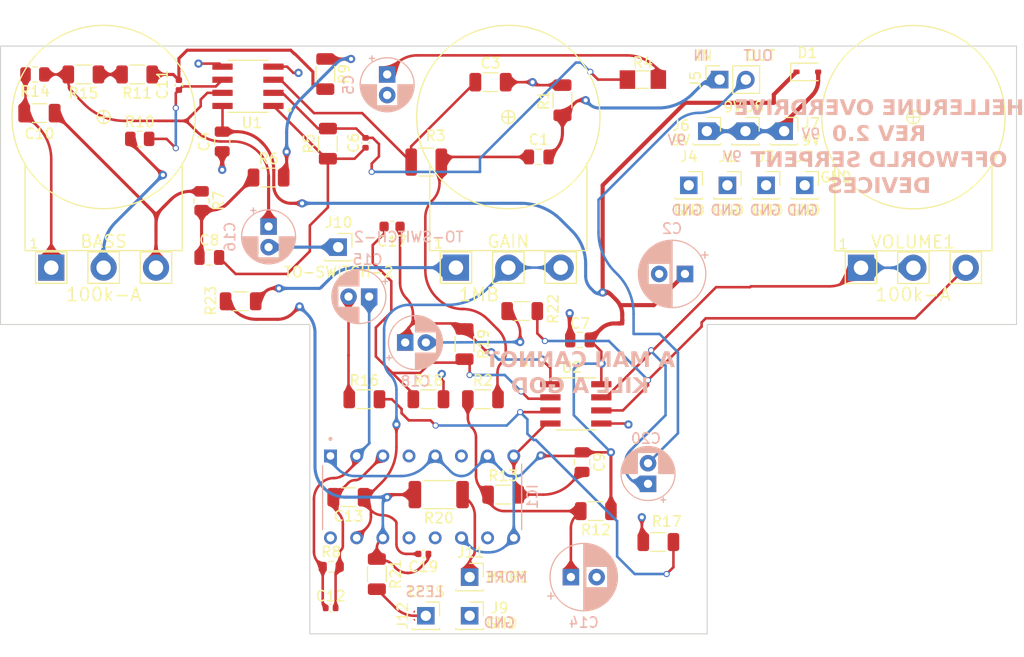
<source format=kicad_pcb>
(kicad_pcb (version 20221018) (generator pcbnew)
  (title_block (title "Hellerune Overdrive") (date "2023-08-02") (rev "2.0") (company "Offworld Serpent Devices"))
  (layers (0 "F.Cu" signal) (1 "In1.Cu" signal) (2 "In2.Cu" signal) (31 "B.Cu" signal) (34 "B.Paste" user) (35 "F.Paste" user) (36 "B.SilkS" user "B.Silkscreen") (37 "F.SilkS" user "F.Silkscreen") (38 "B.Mask" user) (39 "F.Mask" user) (44 "Edge.Cuts" user))
  (net 0 "")
  (net 1 "Net-(BASS1-Pad3)")
  (net 2 "Net-(BASS1-Pad2)")
  (net 3 "Net-(BASS1-Pad1)")
  (net 4 "Net-(C1-Pad1)")
  (net 5 "INPUT")
  (net 6 "Earth")
  (net 7 "Net-(U1A-+)")
  (net 8 "Net-(C5-Pad1)")
  (net 9 "Net-(C6-Pad1)")
  (net 10 "CD-VCC")
  (net 11 "Net-(U1A--)")
  (net 12 "Net-(IC1-G)")
  (net 13 "Net-(IC1-A)")
  (net 14 "Net-(IC1-L)")
  (net 15 "Net-(C8-Pad1)")
  (net 16 "VREF")
  (net 17 "Net-(C16-Pad1)")
  (net 18 "Net-(U1B--)")
  (net 19 "Net-(C17-Pad1)")
  (net 20 "Net-(IC1-F)")
  (net 21 "Net-(C11-Pad2)")
  (net 22 "Net-(C20-Pad1)")
  (net 23 "OUTPUT")
  (net 24 "9V")
  (net 25 "Net-(GAIN1-Pad1)")
  (net 32 "Net-(C15-Pad2)")
  (net 33 "Net-(J10-Pin_1)")
  (net 34 "Net-(R6-Pad2)")
  (net 35 "Net-(R11-Pad2)")
  (net 36 "Net-(U2A--)")
  (net 37 "Net-(C18-Pad2)")
  (net 38 "Net-(J11-Pin_1)")
  (net 39 "Net-(J12-Pin_1)")
  (net 40 "Net-(U2A-+)")
  (net 41 "Net-(U2B--)")
  (footprint "Capacitor_SMD:C_0402_1005Metric" (layer "F.Cu") (at 125.4 62.88 90)
    (fp_text reference "C6")
    (fp_text value "1nF")
  )
  (footprint "cholm-footprints:OPA1678-SOIC8" (layer "F.Cu") (at 114 57.4 180)
    (fp_text reference "U1")
    (fp_text value "OPA1678")
  )
  (footprint "Resistor_SMD:R_1206_3216Metric" (layer "F.Cu") (at 121.5 56.2125 -90)
    (fp_text reference "R9")
    (fp_text value "10k")
  )
  (footprint "Capacitor_SMD:C_1206_3216Metric" (layer "F.Cu") (at 137.525 57)
    (fp_text reference "C3")
    (fp_text value "4.7nF")
  )
  (footprint "Resistor_SMD:R_1206_3216Metric" (layer "F.Cu") (at 135 82.4 -90)
    (fp_text reference "R19")
    (fp_text value "200k")
  )
  (footprint "Connector_PinSocket_2.54mm:PinSocket_1x02_P2.54mm_Vertical" (layer "F.Cu") (at 159.75 56.75 90)
    (fp_text reference "J5")
    (fp_text value "Conn_01x02_Female")
  )
  (footprint "cholm-footprints:OPA1678-SOIC8" (layer "F.Cu") (at 145.8 88.2)
    (fp_text reference "U2")
    (fp_text value "OPA1678")
  )
  (footprint "Connector_PinSocket_2.54mm:PinSocket_1x01_P2.54mm_Vertical" (layer "F.Cu") (at 168 67)
    (fp_text reference "J2")
    (fp_text value "GND2")
  )
  (footprint "Resistor_SMD:R_0805_2012Metric" (layer "F.Cu") (at 109.5 68.5 -90)
    (fp_text reference "R7")
    (fp_text value "22k")
  )
  (footprint "Connector_PinSocket_2.54mm:PinSocket_1x01_P2.54mm_Vertical" (layer "F.Cu") (at 135.5 105)
    (fp_text reference "J11")
    (fp_text value "SWITCHY-2-B-IN-R2")
  )
  (footprint "cholm-footprints:16MM_T.MOUNT" (layer "F.Cu") (at 100 74.9855)
    (fp_text reference "BASS")
    (fp_text value "100k-A")
  )
  (footprint "Resistor_SMD:R_1206_3216Metric" (layer "F.Cu") (at 140.6 79.2 180)
    (fp_text reference "R22")
    (fp_text value "100k")
  )
  (footprint "cholm-footprints:16MM_T.MOUNT" (layer "F.Cu") (at 178.5368 75)
    (fp_text reference "VOLUME1")
    (fp_text value "100k-A")
  )
  (footprint "Connector_PinSocket_2.54mm:PinSocket_1x01_P2.54mm_Vertical" (layer "F.Cu") (at 156.75 67)
    (fp_text reference "J4")
    (fp_text value "GND4")
  )
  (footprint "Resistor_SMD:R_1206_3216Metric" (layer "F.Cu") (at 113.2875 78.25 180)
    (fp_text reference "R23")
    (fp_text value "100k")
  )
  (footprint "Capacitor_SMD:C_0805_2012Metric" (layer "F.Cu") (at 110.25 74)
    (fp_text reference "C8")
    (fp_text value "22nF")
  )
  (footprint "Resistor_SMD:R_1206_3216Metric" (layer "F.Cu") (at 103.25 56.25 180)
    (fp_text reference "R11")
    (fp_text value "10k")
  )
  (footprint "Connector_PinSocket_2.54mm:PinSocket_1x01_P2.54mm_Vertical" (layer "F.Cu") (at 166 61.75)
    (fp_text reference "J7")
    (fp_text value "9VOUT1")
  )
  (footprint "Resistor_SMD:R_1210_3225Metric" (layer "F.Cu") (at 131.2875 64.75)
    (fp_text reference "R3")
    (fp_text value "1k")
  )
  (footprint "Capacitor_SMD:C_0402_1005Metric" (layer "F.Cu") (at 122.02 108)
    (fp_text reference "C12")
    (fp_text value "10pF")
  )
  (footprint "Resistor_SMD:R_1206_3216Metric" (layer "F.Cu") (at 125.2875 87.75)
    (fp_text reference "R16")
    (fp_text value "10k")
  )
  (footprint "Capacitor_SMD:C_0603_1608Metric" (layer "F.Cu") (at 127.975 71 180)
    (fp_text reference "C17")
    (fp_text value "3.3nF")
  )
  (footprint "Diode_SMD:D_SOD-323" (layer "F.Cu") (at 168.25 56)
    (fp_text reference "D1")
    (fp_text value "1N5817")
  )
  (footprint "Resistor_SMD:R_0805_2012Metric" (layer "F.Cu") (at 103.5 62.5)
    (fp_text reference "R10")
    (fp_text value "22k")
  )
  (footprint "Resistor_SMD:R_1206_3216Metric" (layer "F.Cu") (at 131.5 87.75)
    (fp_text reference "R18")
    (fp_text value "200k")
  )
  (footprint "Resistor_SMD:R_1206_3216Metric" (layer "F.Cu") (at 121.749293 62.961793 90)
    (fp_text reference "R5")
    (fp_text value "10k")
  )
  (footprint "Connector_PinSocket_2.54mm:PinSocket_1x01_P2.54mm_Vertical" (layer "F.Cu") (at 164.25 67)
    (fp_text reference "J3")
    (fp_text value "GND3")
  )
  (footprint "Resistor_SMD:R_1206_3216Metric" (layer "F.Cu") (at 147.7375 98.6 180)
    (fp_text reference "R12")
    (fp_text value "100k")
  )
  (footprint "Resistor_SMD:R_2010_5025Metric" (layer "F.Cu") (at 132.5 97 180)
    (fp_text reference "R20")
    (fp_text value "270R")
  )
  (footprint "Connector_PinSocket_2.54mm:PinSocket_1x01_P2.54mm_Vertical" (layer "F.Cu") (at 158.5 61.75)
    (fp_text reference "J6")
    (fp_text value "9VIN")
  )
  (footprint "Capacitor_SMD:C_0402_1005Metric" (layer "F.Cu") (at 107.3 57.28 90)
    (fp_text reference "C11")
    (fp_text value "560pF")
  )
  (footprint "Capacitor_SMD:C_1206_3216Metric" (layer "F.Cu") (at 123.75 97.25 180)
    (fp_text reference "C13")
    (fp_text value "47nF")
  )
  (footprint "Capacitor_SMD:C_0805_2012Metric" (layer "F.Cu") (at 146.2 82 180)
    (fp_text reference "C7")
    (fp_text value "10nF")
  )
  (footprint "Resistor_SMD:R_0603_1608Metric" (layer "F.Cu") (at 122.075 104)
    (fp_text reference "R8")
    (fp_text value "10M")
  )
  (footprint "Capacitor_SMD:C_0805_2012Metric" (layer "F.Cu") (at 111.5 62.75 -90)
    (fp_text reference "C4")
    (fp_text value "10nF")
  )
  (footprint "Capacitor_SMD:C_1206_3216Metric" (layer "F.Cu") (at 93.775 60)
    (fp_text reference "C10")
    (fp_text value "47nF")
  )
  (footprint "Resistor_SMD:R_1206_3216Metric" (layer "F.Cu") (at 144.5 58.75 90)
    (fp_text reference "R1")
    (fp_text value "2.2M")
  )
  (footprint "Resistor_SMD:R_1206_3216Metric" (layer "F.Cu") (at 153.8 101.6)
    (fp_text reference "R17")
    (fp_text value "2.2M")
  )
  (footprint "Capacitor_SMD:C_0805_2012Metric" (layer "F.Cu") (at 142.2 64.25)
    (fp_text reference "C1")
    (fp_text value "10nF")
  )
  (footprint "Resistor_SMD:R_1206_3216Metric" (layer "F.Cu") (at 98.0375 56.25 180)
    (fp_text reference "R15")
    (fp_text value "47k")
  )
  (footprint "Connector_PinSocket_2.54mm:PinSocket_1x01_P2.54mm_Vertical" (layer "F.Cu") (at 122.75 73)
    (fp_text reference "J10")
    (fp_text value "SWITCHY-2-B-OUT")
  )
  (footprint "Resistor_SMD:R_1206_3216Metric" (layer "F.Cu") (at 126.5 104.7125 -90)
    (fp_text reference "R21")
    (fp_text value "100k")
  )
  (footprint "Connector_PinSocket_2.54mm:PinSocket_1x01_P2.54mm_Vertical" (layer "F.Cu") (at 160.5 67)
    (fp_text reference "J1")
    (fp_text value "GND1")
  )
  (footprint "Connector_PinSocket_2.54mm:PinSocket_1x01_P2.54mm_Vertical" (layer "F.Cu") (at 131.25 108.75)
    (fp_text reference "J12")
    (fp_text value "SWITCHY-2-B-IN-R1")
  )
  (footprint "Resistor_SMD:R_1206_3216Metric" (layer "F.Cu") (at 136.7875 87.75)
    (fp_text reference "R2")
    (fp_text value "2.2M")
  )
  (footprint "Connector_PinSocket_2.54mm:PinSocket_1x01_P2.54mm_Vertical" (layer "F.Cu") (at 135.5 108.75)
    (fp_text reference "J9")
    (fp_text value "GND5")
  )
  (footprint "Resistor_SMD:R_1206_3216Metric" (layer "F.Cu") (at 116 66.25)
    (fp_text reference "R6")
    (fp_text value "47k")
  )
  (footprint "Resistor_SMD:R_1206_3216Metric" (layer "F.Cu") (at 138.75 97)
    (fp_text reference "R13")
    (fp_text value "100k")
  )
  (footprint "Connector_PinSocket_2.54mm:PinSocket_1x01_P2.54mm_Vertical" (layer "F.Cu") (at 162.25 61.75)
    (fp_text reference "J8")
    (fp_text value "9VOUT2")
  )
  (footprint "Resistor_SMD:R_0805_2012Metric" (layer "F.Cu") (at 93.3375 56.25 180)
    (fp_text reference "R14")
    (fp_text value "22k")
  )
  (footprint "Resistor_SMD:R_MiniMELF_MMA-0204" (layer "F.Cu") (at 152.3 56.75)
    (fp_text reference "R4")
    (fp_text value "2.2k")
  )
  (footprint "Capacitor_SMD:C_0402_1005Metric" (layer "F.Cu") (at 131.02 102.75)
    (fp_text reference "C19")
    (fp_text value "10pF")
  )
  (footprint "Capacitor_SMD:C_0805_2012Metric" (layer "F.Cu") (at 146.4 93.85 -90)
    (fp_text reference "C9")
    (fp_text value "10nF")
  )
  (footprint "cholm-footprints:16MM_T.MOUNT" (layer "F.Cu") (at 139.25 74.9855)
    (fp_text reference "GAIN")
    (fp_text value "1MB")
  )
  (footprint "Capacitor_THT:CP_Radial_D5.0mm_P2.00mm" (layer "B.Cu") (at 127.5 56.25 -90)
    (fp_text reference "C5")
    (fp_text value "4.7uF-bi")
  )
  (footprint "Capacitor_THT:CP_Radial_D6.3mm_P2.50mm" (layer "B.Cu") (at 145.317621 105)
    (fp_text reference "C14")
    (fp_text value "100uF")
  )
  (footprint "Capacitor_THT:CP_Radial_D5.0mm_P2.00mm" (layer "B.Cu") (at 125.755113 77.8 180)
    (fp_text reference "C15")
    (fp_text value "4.7uF-bi")
  )
  (footprint "Capacitor_THT:CP_Radial_D6.3mm_P2.50mm" (layer "B.Cu") (at 156.38238 75.6 180)
    (fp_text reference "C2")
    (fp_text value "100uF")
  )
  (footprint "Capacitor_THT:CP_Radial_D5.0mm_P2.00mm" (layer "B.Cu") (at 116 71 -90)
    (fp_text reference "C16")
    (fp_text value "4.7uF-bi")
  )
  (footprint "Capacitor_THT:CP_Radial_D5.0mm_P2.00mm" (layer "B.Cu") (at 152.8 95.955113 90)
    (fp_text reference "C20")
    (fp_text value "4.7uF-bi")
  )
  (footprint "Capacitor_THT:CP_Radial_D5.0mm_P2.00mm" (layer "B.Cu") (at 129.25 82.25)
    (fp_text reference "C18")
    (fp_text value "4.7uF-bi")
  )
  (footprint "cholm-footprints:DIP794W45P254L1930H508Q16" (layer "B.Cu") (at 130.889293 97.220707 -90)
    (fp_text reference "IC1")
    (fp_text value "CD4049UBE")
  )
  (gr_line (start 188.5368 53.5) (end 188.5368 80.5) (stroke (width 0.1)) (layer "Edge.Cuts"))
  (gr_line (start 120 80.5) (end 120 110.5) (stroke (width 0.1)) (layer "Edge.Cuts"))
  (gr_line (start 90 53.5) (end 90 80.5) (stroke (width 0.1)) (layer "Edge.Cuts"))
  (gr_line (start 90 80.5) (end 120 80.5) (stroke (width 0.1)) (layer "Edge.Cuts"))
  (gr_line (start 158.5368 80.5) (end 158.5368 110.5) (stroke (width 0.1)) (layer "Edge.Cuts"))
  (gr_line (start 120 110.5) (end 158.5368 110.5) (stroke (width 0.1)) (layer "Edge.Cuts"))
  (gr_line (start 90 53.5) (end 188.5368 53.5) (stroke (width 0.1)) (layer "Edge.Cuts"))
  (gr_line (start 158.5368 80.5) (end 188.5368 80.5) (stroke (width 0.1)) (layer "Edge.Cuts"))
  (gr_text "HELLERUNE OVERDRIVE\nREV 2.0\nOFFWORLD SERPENT\nDEVICES" (at 175.2 68) (layer "B.SilkS") (effects (font (size 1.5 1.5) (thickness 0.3) bold) (justify bottom mirror)))
  (gr_text "GND" (at 165.8 70) (layer "B.SilkS") (effects (font (size 1 1)) (justify left bottom mirror)))
  (gr_text "TO-SWITCH-2" (at 135 72.6) (layer "B.SilkS") (effects (font (size 1 1)) (justify left bottom mirror)))
  (gr_text "9V" (at 162 64.8) (layer "B.SilkS") (effects (font (size 1 1)) (justify left bottom mirror)))
  (gr_text "GND" (at 158.2 70) (layer "B.SilkS") (effects (font (size 1 1)) (justify left bottom mirror)))
  (gr_text "9V" (at 156.6 63.2) (layer "B.SilkS") (effects (font (size 1 1)) (justify left bottom mirror)))
  (gr_text "GND" (at 140 110) (layer "B.SilkS") (effects (font (size 1 1)) (justify left bottom mirror)))
  (gr_text "LESS" (at 133 107) (layer "B.SilkS") (effects (font (size 1 1)) (justify left bottom mirror)))
  (gr_text "A MAN CANNOT\nKILL A GOD" (at 146.2 87.4) (layer "B.SilkS") (effects (font (size 1.5 1.5) (thickness 0.3) bold) (justify bottom mirror)))
  (gr_text "IN" (at 158.8 55) (layer "B.SilkS") (effects (font (size 1 1)) (justify left bottom mirror)))
  (gr_text "9V" (at 169.6 62.6) (layer "B.SilkS") (effects (font (size 1 1)) (justify left bottom mirror)))
  (gr_text "OUT" (at 165 55) (layer "B.SilkS") (effects (font (size 1 1)) (justify left bottom mirror)))
  (gr_text "MORE" (at 141.2 105.6) (layer "B.SilkS") (effects (font (size 1 1)) (justify left bottom mirror)))
  (gr_text "GND" (at 162 70) (layer "B.SilkS") (effects (font (size 1 1)) (justify left bottom mirror)))
  (gr_text "GND" (at 169.4 70) (layer "B.SilkS") (effects (font (size 1 1)) (justify left bottom mirror)))
  (gr_text "GND" (at 169.4 66.8) (layer "F.SilkS") (effects (font (size 1 1)) (justify left bottom)))
  (gr_text "OUT" (at 162.2 55) (layer "F.SilkS") (effects (font (size 1 1)) (justify left bottom)))
  (gr_text "9V" (at 160 60) (layer "F.SilkS") (effects (font (size 1 1)) (justify left bottom)))
  (gr_text "IN" (at 157.4 55) (layer "F.SilkS") (effects (font (size 1 1)) (justify left bottom)))
  (gr_text "9V" (at 155 63.2) (layer "F.SilkS") (effects (font (size 1 1)) (justify left bottom)))
  (gr_text "GND" (at 159 70) (layer "F.SilkS") (effects (font (size 1 1)) (justify left bottom)))
  (gr_text "MORE" (at 137 105.6) (layer "F.SilkS") (effects (font (size 1 1)) (justify left bottom)))
  (gr_text "GND" (at 155.2 70) (layer "F.SilkS") (effects (font (size 1 1)) (justify left bottom)))
  (gr_text "GND" (at 137 110.08) (layer "F.SilkS") (effects (font (size 1 1)) (justify left bottom)))
  (gr_text "9V" (at 167.6 63.2) (layer "F.SilkS") (effects (font (size 1 1)) (justify left bottom)))
  (gr_text "LESS" (at 129.4 107) (layer "F.SilkS") (effects (font (size 1 1)) (justify left bottom)))
  (gr_text "GND" (at 162.8 70) (layer "F.SilkS") (effects (font (size 1 1)) (justify left bottom)))
  (gr_text "TO-SWITCH-2" (at 117.4 76) (layer "F.SilkS") (effects (font (size 1 1)) (justify left bottom)))
  (gr_text "." (at 140.4 84.6) (layer "F.SilkS") (effects (font (size 1.5 1.5) (thickness 0.3) bold) (justify left bottom)))
  (gr_text "GND" (at 166.4 70) (layer "F.SilkS") (effects (font (size 1 1)) (justify left bottom)))
  (segment (start 104.308035 69.058035) (end 103.958749 68.708749) (width 0.3) (layer "F.Cu") (net 1))
  (segment (start 105.08 72.375857) (end 105.08 74.9855) (width 0.3) (layer "F.Cu") (net 1))
  (segment (start 106.420866 68.489132) (end 106.351634 68.558364) (width 0.3) (layer "F.Cu") (net 1))
  (segment (start 105.08 72.375857) (end 105.079999 71.735743) (width 0.3) (layer "F.Cu") (net 1))
  (segment (start 105.079996 70.427745) (end 105.079998 71.095629) (width 0.3) (layer "F.Cu") (net 1))
  (segment (start 108.41125 67.5875) (end 109.5 67.5875) (width 0.3) (layer "F.Cu") (net 1))
  (segment (start 105.887093 69.022905) (end 105.28245 69.627548) (width 0.3) (layer "F.Cu") (net 1))
  (segment (start 105.079998 71.095629) (end 105.079999 71.415686) (width 0.3) (layer "F.Cu") (net 1))
  (segment (start 105.887093 69.022905) (end 106.101479 68.808518) (width 0.3) (layer "F.Cu") (net 1))
  (segment (start 105.08 71.735743) (end 105.08 72.375857) (width 0.3) (layer "F.Cu") (net 1))
  (segment (start 103.95875 68.708749) (end 103.609464 68.359464) (width 0.3) (layer "F.Cu") (net 1))
  (segment (start 104.308035 69.058034) (end 104.87755 69.627548) (width 0.3) (layer "F.Cu") (net 1))
  (segment (start 105.080001 71.095629) (end 105.080002 70.775572) (width 0.3) (layer "F.Cu") (net 1))
  (segment (start 106.508713 68.401285) (end 106.420866 68.489132) (width 0.3) (layer "F.Cu") (net 1))
  (segment (start 106.508713 68.401285) (end 106.552637 68.357362) (width 0.3) (layer "F.Cu") (net 1))
  (segment (start 105.079999 71.735743) (end 105.079999 71.415686) (width 0.3) (layer "F.Cu") (net 1))
  (segment (start 105.887093 69.022906) (end 106.101479 68.808518) (width 0.3) (layer "F.Cu") (net 1))
  (segment (start 104.308035 69.058034) (end 103.95875 68.708749) (width 0.3) (layer "F.Cu") (net 1))
  (segment (start 103.609464 68.359464) (end 102.910895 67.660895) (width 0.3) (layer "F.Cu") (net 1))
  (segment (start 105.080001 71.095629) (end 105.08 71.415686) (width 0.3) (layer "F.Cu") (net 1))
  (segment (start 105.08 71.735743) (end 105.08 71.415686) (width 0.3) (layer "F.Cu") (net 1))
  (segment (start 106.101479 68.808518) (end 106.226557 68.683441) (width 0.3) (layer "F.Cu") (net 1))
  (segment (start 106.351634 68.558364) (end 106.226557 68.683441) (width 0.3) (layer "F.Cu") (net 1))
  (segment (start 104.308035 69.058035) (end 104.65732 69.40732) (width 0.3) (layer "F.Cu") (net 1))
  (segment (start 103.958749 68.708749) (end 103.609464 68.359464) (width 0.3) (layer "F.Cu") (net 1))
  (segment (start 102.910895 67.660895) (end 95.25 60) (width 0.3) (layer "F.Cu") (net 1))
  (segment (start 105.887093 69.022906) (end 105.748631 69.161369) (width 0.3) (layer "F.Cu") (net 1))
  (arc (start 104.308035 69.058034) (mid 104.308034 69.058034) (end 104.308035 69.058035) (width 0.3) (layer "F.Cu") (net 1))
  (arc (start 105.079996 70.427745) (mid 104.970145 69.875495) (end 104.65732 69.40732) (width 0.3) (layer "F.Cu") (net 1))
  (arc (start 105.887093 69.022906) (mid 105.887093 69.022905) (end 105.887093 69.022905) (width 0.3) (layer "F.Cu") (net 1))
  (arc (start 105.079999 71.735743) (mid 105.079999 71.735743) (end 105.08 71.735743) (width 0.3) (layer "F.Cu") (net 1))
  (arc (start 105.080002 70.775572) (mid 105.253775 69.901972) (end 105.748631 69.161369) (width 0.3) (layer "F.Cu") (net 1))
  (arc (start 106.552637 68.357362) (mid 107.405376 67.78758) (end 108.41125 67.5875) (width 0.3) (layer "F.Cu") (net 1))
  (arc (start 105.079999 71.415686) (mid 105.079999 71.415686) (end 105.08 71.415686) (width 0.3) (layer "F.Cu") (net 1))
  (arc (start 105.079998 71.095629) (mid 105.079999 71.09563) (end 105.080001 71.095629) (width 0.3) (layer "F.Cu") (net 1))
  (arc (start 104.87755 69.627548) (mid 105.08 69.711405) (end 105.28245 69.627548) (width 0.3) (layer "F.Cu") (net 1))
  (arc (start 103.95875 68.708749) (mid 103.958749 68.708748) (end 103.958749 68.708749) (width 0.3) (layer "F.Cu") (net 1))
  (segment (start 105.75 66) (end 102.706824 62.956824) (width 0.3) (layer "F.Cu") (net 2))
  (segment (start 102.5875 62.66875) (end 102.5875 62.5) (width 0.3) (layer "F.Cu") (net 2))
  (via (at 105.75 66) (size 0.8) (drill 0.4) (layers "F.Cu" "B.Cu") (net 2))
  (arc (start 102.706824 62.956824) (mid 102.618511 62.824654) (end 102.5875 62.66875) (width 0.3) (layer "F.Cu") (net 2))
  (segment (start 100 73.36775) (end 100 74.9855) (width 0.3) (layer "B.Cu") (net 2))
  (segment (start 105.75 66) (end 101.143921 70.606078) (width 0.3) (layer "B.Cu") (net 2))
  (arc (start 100 73.36775) (mid 100.297295 71.873143) (end 101.143921 70.606078) (width 0.3) (layer "B.Cu") (net 2))
  (segment (start 94.92 64.472619) (end 94.92 74.9855) (width 0.25) (layer "F.Cu") (net 3))
  (segment (start 92.3625 60.0625) (end 93.61 61.31) (width 0.25) (layer "F.Cu") (net 3))
  (segment (start 92.425 59.786611) (end 92.425 56.25) (width 0.25) (layer "F.Cu") (net 3))
  (arc (start 92.3625 59.9375) (mid 92.408756 59.868271) (end 92.425 59.786611) (width 0.25) (layer "F.Cu") (net 3))
  (arc (start 94.92 64.472619) (mid 94.579542 62.761022) (end 93.61 61.31) (width 0.25) (layer "F.Cu") (net 3))
  (arc (start 92.3625 59.9375) (mid 92.336611 59.999999) (end 92.3625 60.0625) (width 0.25) (layer "F.Cu") (net 3))
  (segment (start 132.392134 77.992134) (end 132.3 77.9) (width 0.25) (layer "F.Cu") (net 4))
  (segment (start 132.979687 64.520312) (end 132.939062 64.560937) (width 0.25) (layer "F.Cu") (net 4))
  (segment (start 132.915624 64.584374) (end 132.939062 64.560937) (width 0.25) (layer "F.Cu") (net 4))
  (segment (start 138.225 87.725) (end 138.25 87.75) (width 0.25) (layer "F.Cu") (net 4))
  (segment (start 132.915624 64.584374) (end 132.840625 64.659375) (width 0.25) (layer "F.Cu") (net 4))
  (segment (start 132.840625 64.659375) (end 132.765625 64.734375) (width 0.25) (layer "F.Cu") (net 4))
  (segment (start 138.274977 81.024304) (end 137.258538 80.007865) (width 0.25) (layer "F.Cu") (net 4))
  (segment (start 132.685937 64.814062) (end 132.6625 64.8375) (width 0.25) (layer "F.Cu") (net 4))
  (segment (start 131.2 75.244365) (end 131.2 70.122271) (width 0.25) (layer "F.Cu") (net 4))
  (segment (start 138.2 87.664644) (end 138.2 85.165685) (width 0.25) (layer "F.Cu") (net 4))
  (segment (start 133.603553 64.25) (end 141.25 64.25) (width 0.25) (layer "F.Cu") (net 4))
  (segment (start 132.732812 64.767187) (end 132.685937 64.814062) (width 0.25) (layer "F.Cu") (net 4))
  (segment (start 132.732812 64.767187) (end 132.765625 64.734375) (width 0.25) (layer "F.Cu") (net 4))
  (segment (start 133 64.5) (end 132.979687 64.520312) (width 0.25) (layer "F.Cu") (net 4))
  (segment (start 139 83.234314) (end 139 82.774663) (width 0.25) (layer "F.Cu") (net 4))
  (segment (start 132.575 66.802728) (end 132.575 65.048743) (width 0.25) (layer "F.Cu") (net 4))
  (arc (start 131.2 75.244365) (mid 131.48588 76.681584) (end 132.3 77.9) (width 0.25) (layer "F.Cu") (net 4))
  (arc (start 132.392134 77.992134) (mid 133.508496 78.738064) (end 134.825336 79) (width 0.25) (layer "F.Cu") (net 4))
  (arc (start 138.274977 81.024304) (mid 138.811572 81.827375) (end 139 82.774663) (width 0.25) (layer "F.Cu") (net 4))
  (arc (start 132.575 66.802728) (mid 132.396324 67.70099) (end 131.8875 68.4625) (width 0.25) (layer "F.Cu") (net 4))
  (arc (start 138.2 87.664644) (mid 138.206497 87.697308) (end 138.225 87.725) (width 0.25) (layer "F.Cu") (net 4))
  (arc (start 138.6 84.2) (mid 138.896043 83.756939) (end 139 83.234314) (width 0.25) (layer "F.Cu") (net 4))
  (arc (start 137.258538 80.007865) (mid 136.142175 79.261935) (end 134.825336 79) (width 0.25) (layer "F.Cu") (net 4))
  (arc (start 138.6 84.2) (mid 138.303956 84.64306) (end 138.2 85.165685) (width 0.25) (layer "F.Cu") (net 4))
  (arc (start 133 64.5) (mid 133.276912 64.314972) (end 133.603553 64.25) (width 0.25) (layer "F.Cu") (net 4))
  (arc (start 131.8875 68.4625) (mid 131.378675 69.224009) (end 131.2 70.122271) (width 0.25) (layer "F.Cu") (net 4))
  (arc (start 132.575 65.048743) (mid 132.59774 64.934419) (end 132.6625 64.8375) (width 0.25) (layer "F.Cu") (net 4))
  (segment (start 144.5 61.945405) (end 144.5 60.2125) (width 0.3) (layer "F.Cu") (net 5))
  (segment (start 143.825 63.575) (end 143.15 64.25) (width 0.3) (layer "F.Cu") (net 5))
  (segment (start 144.5 60.2125) (end 145.684076 59.028423) (width 0.3) (layer "F.Cu") (net 5))
  (segment (start 146.35625 58.75) (end 146.75 58.75) (width 0.3) (layer "F.Cu") (net 5))
  (via (at 146.75 58.75) (size 0.8) (drill 0.4) (layers "F.Cu" "B.Cu") (net 5))
  (arc (start 146.35625 58.75) (mid 145.992472 58.822359) (end 145.684076 59.028423) (width 0.3) (layer "F.Cu") (net 5))
  (arc (start 143.825 63.575) (mid 144.324573 62.827335) (end 144.5 61.945405) (width 0.3) (layer "F.Cu") (net 5))
  (segment (start 159.125 56.75) (end 159.75 56.75) (width 0.3) (layer "B.Cu") (net 5))
  (segment (start 153.805456 59.5) (end 148.03033 59.5) (width 0.3) (layer "B.Cu") (net 5))
  (segment (start 158.058058 57.191941) (end 157.125 58.125) (width 0.3) (layer "B.Cu") (net 5))
  (segment (start 146.75 58.75) (end 147.125 59.125) (width 0.3) (layer "B.Cu") (net 5))
  (arc (start 153.805456 59.5) (mid 155.60198 59.142649) (end 157.125 58.125) (width 0.3) (layer "B.Cu") (net 5))
  (arc (start 158.058058 57.191941) (mid 158.547575 56.864856) (end 159.125 56.75) (width 0.3) (layer "B.Cu") (net 5))
  (arc (start 148.03033 59.5) (mid 147.540368 59.40254) (end 147.125 59.125) (width 0.3) (layer "B.Cu") (net 5))
  (segment (start 142.090793 57.2875) (end 144.5 57.2875) (width 0.25) (layer "F.Cu") (net 6))
  (segment (start 145.207692 79.603846) (end 145.207692 79.413131) (width 0.4) (layer "F.Cu") (net 6))
  (segment (start 132.8 85.3) (end 132.8 85.8625) (width 0.25) (layer "F.Cu") (net 6))
  (segment (start 141.6 57) (end 139 57) (width 0.25) (layer "F.Cu") (net 6))
  (segment (start 111.5 65.5) (end 111.5 63.7) (width 0.4) (layer "F.Cu") (net 6))
  (segment (start 145.211463 79.996117) (end 145.25 82) (width 0.4) (layer "F.Cu") (net 6))
  (segment (start 139.78 96.261676) (end 139.78 93.25) (width 0.25) (layer "F.Cu") (net 6))
  (segment (start 132.8 85.8625) (end 132.9625 86.025) (width 0.25) (layer "F.Cu") (net 6))
  (segment (start 118.4 56.1) (end 117.795 55.495) (width 0.25) (layer "F.Cu") (net 6))
  (segment (start 132.9625 87.75) (end 132.9625 86.025) (width 0.25) (layer "F.Cu") (net 6))
  (segment (start 142.644365 97) (end 140.518323 97) (width 0.25) (layer "F.Cu") (net 6))
  (segment (start 139.779293 93.250707) (end 142.925 90.105) (width 0.25) (layer "F.Cu") (net 6))
  (segment (start 141.74375 57.14375) (end 141.6 57) (width 0.25) (layer "F.Cu") (net 6))
  (segment (start 145.2 79.4) (end 145.25 79.45) (width 0.4) (layer "F.Cu") (net 6))
  (segment (start 142.925 90.105) (end 143.33 90.105) (width 0.25) (layer "F.Cu") (net 6))
  (segment (start 118.9 56.1) (end 118.4 56.1) (width 0.25) (layer "F.Cu") (net 6))
  (segment (start 145.2 79.4) (end 145.203846 79.403846) (width 0.4) (layer "F.Cu") (net 6))
  (segment (start 117.795 55.495) (end 116.47 55.495) (width 0.25) (layer "F.Cu") (net 6))
  (segment (start 145.3 95.9) (end 146.4 94.8) (width 0.25) (layer "F.Cu") (net 6))
  (via (at 132.8 85.3) (size 0.8) (drill 0.4) (layers "F.Cu" "B.Cu") (net 6))
  (via (at 145.2 79.4) (size 0.8) (drill 0.4) (layers "F.Cu" "B.Cu") (net 6))
  (via (at 118.9 56.1) (size 0.8) (drill 0.4) (layers "F.Cu" "B.Cu") (net 6))
  (via (at 141.6 57) (size 0.8) (drill 0.4) (layers "F.Cu" "B.Cu") (net 6))
  (via (at 111.5 65.5) (size 0.8) (drill 0.4) (layers "F.Cu" "B.Cu") (net 6))
  (arc (start 139.99625 96.78375) (mid 140.235779 96.943798) (end 140.518323 97) (width 0.25) (layer "F.Cu") (net 6))
  (arc (start 145.211463 79.996117) (mid 145.208634 79.79999) (end 145.207692 79.603846) (width 0.4) (layer "F.Cu") (net 6))
  (arc (start 139.99625 96.78375) (mid 139.836201 96.54422) (end 139.78 96.261676) (width 0.25) (layer "F.Cu") (net 6))
  (arc (start 142.644365 97) (mid 144.081584 96.714119) (end 145.3 95.9) (width 0.25) (layer "F.Cu") (net 6))
  (arc (start 145.207692 79.413131) (mid 145.206692 79.408106) (end 145.203846 79.403846) (width 0.4) (layer "F.Cu") (net 6))
  (arc (start 141.74375 57.14375) (mid 141.902974 57.25014) (end 142.090793 57.2875) (width 0.25) (layer "F.Cu") (net 6))
  (segment (start 129.825 64.75) (end 129.825 63.225) (width 0.25) (layer "F.Cu") (net 7))
  (segment (start 125.075 60) (end 129.825 64.75) (width 0.25) (layer "F.Cu") (net 7))
  (segment (start 116.47 56.765) (end 117.165 56.765) (width 0.25) (layer "F.Cu") (net 7))
  (segment (start 120.4 60) (end 125.075 60) (width 0.25) (layer "F.Cu") (net 7))
  (segment (start 129.825 63.225) (end 136.05 57) (width 0.25) (layer "F.Cu") (net 7))
  (segment (start 117.165 56.765) (end 120.4 60) (width 0.25) (layer "F.Cu") (net 7))
  (segment (start 127.5 56.175) (end 127.5 56.25) (width 0.25) (layer "F.Cu") (net 8))
  (segment (start 127.553033 56.046966) (end 128.349999 55.249999) (width 0.25) (layer "F.Cu") (net 8))
  (segment (start 130.402081 54.4) (end 150.738299 54.4) (width 0.25) (layer "F.Cu") (net 8))
  (segment (start 153.8 55.959099) (end 153.8 56.75) (width 0.25) (layer "F.Cu") (net 8))
  (segment (start 153.575 55.575) (end 153.6875 55.6875) (width 0.25) (layer "F.Cu") (net 8))
  (arc (start 153.6875 55.6875) (mid 153.770762 55.81211) (end 153.8 55.959099) (width 0.25) (layer "F.Cu") (net 8))
  (arc (start 150.738299 54.4) (mid 152.27351 54.705372) (end 153.575 55.575) (width 0.25) (layer "F.Cu") (net 8))
  (arc (start 127.553033 56.046966) (mid 127.513782 56.105708) (end 127.5 56.175) (width 0.25) (layer "F.Cu") (net 8))
  (arc (start 130.402081 54.4) (mid 129.291502 54.620907) (end 128.349999 55.249999) (width 0.25) (layer "F.Cu") (net 8))
  (segment (start 121.749293 69.150707) (end 121.749293 64.424293) (width 0.25) (layer "F.Cu") (net 9))
  (segment (start 117.8 75.6) (end 120 73.4) (width 0.25) (layer "F.Cu") (net 9))
  (segment (start 111.2 74) (end 112.8 75.6) (width 0.25) (layer "F.Cu") (net 9))
  (segment (start 120 73.4) (end 120 70.9) (width 0.25) (layer "F.Cu") (net 9))
  (segment (start 120 70.9) (end 121.749293 69.150707) (width 0.25) (layer "F.Cu") (net 9))
  (segment (start 121.749293 64.424293) (end 121.589293 64.424293) (width 0.25) (layer "F.Cu") (net 9))
  (segment (start 121.589293 64.424293) (end 116.47 59.305) (width 0.25) (layer "F.Cu") (net 9))
  (segment (start 112.8 75.6) (end 117.8 75.6) (width 0.25) (layer "F.Cu") (net 9))
  (segment (start 121.749293 64.424293) (end 124.335707 64.424293) (width 0.25) (layer "F.Cu") (net 9))
  (segment (start 124.335707 64.424293) (end 125.4 63.36) (width 0.25) (layer "F.Cu") (net 9))
  (segment (start 115.4 62.9) (end 115.289949 62.789949) (width 0.3) (layer "F.Cu") (net 10))
  (segment (start 149.212132 77.612132) (end 149.698959 78.098959) (width 0.4) (layer "F.Cu") (net 10))
  (segment (start 111.53 61.77) (end 111.5 61.8) (width 0.25) (layer "F.Cu") (net 10))
  (segment (start 150.3 80.4) (end 149.525 80.4) (width 0.4) (layer "F.Cu") (net 10))
  (segment (start 142.4 93.2) (end 142.425 93.225) (width 0.25) (layer "F.Cu") (net 10))
  (segment (start 156.4 59) (end 148.4 67) (width 0.4) (layer "F.Cu") (net 10))
  (segment (start 147.15 82) (end 148.201992 80.948007) (width 0.4) (layer "F.Cu") (net 10))
  (segment (start 148.4 77.4) (end 148.7 77.4) (width 0.4) (layer "F.Cu") (net 10))
  (segment (start 165 58.2) (end 165 59) (width 0.4) (layer "F.Cu") (net 10))
  (segment (start 149.2 93.07071) (end 149.2 98.317157) (width 0.3) (layer "F.Cu") (net 10))
  (segment (start 153.360496 78.621884) (end 150.078116 78.621884) (width 0.4) (layer "F.Cu") (net 10))
  (segment (start 148.27 86.295) (end 148.27 83.12) (width 0.25) (layer "F.Cu") (net 10))
  (segment (start 156.38238 75.6) (end 153.360496 78.621884) (width 0.4) (layer "F.Cu") (net 10))
  (segment (start 165 59) (end 156.4 59) (width 0.4) (layer "F.Cu") (net 10))
  (segment (start 119.25 68.75) (end 118.207106 68.75) (width 0.3) (layer "F.Cu") (net 10))
  (segment (start 142.4 93.2) (end 142.360606 93.239393) (width 0.25) (layer "F.Cu") (net 10))
  (segment (start 150.3 80.4) (end 150.3 79.55) (width 0.4) (layer "F.Cu") (net 10))
  (segment (start 142.335 93.25) (end 142.32 93.25) (width 0.25) (layer "F.Cu") (net 10))
  (segment (start 116.5 67.042893) (end 116.5 65.555634) (width 0.3) (layer "F.Cu") (net 10))
  (segment (start 142.485355 93.25) (end 145.802512 93.25) (width 0.25) (layer "F.Cu") (net 10))
  (segment (start 148.4 67) (end 148.4 77.4) (width 0.4) (layer "F.Cu") (net 10))
  (segment (start 148.27 83.12) (end 147.15 82) (width 0.25) (layer "F.Cu") (net 10))
  (segment (start 111.53 59.305) (end 111.53 61.77) (width 0.25) (layer "F.Cu") (net 10))
  (segment (start 146.647487 92.9) (end 149.029289 92.9) (width 0.25) (layer "F.Cu") (net 10))
  (segment (start 167.2 56) (end 165 58.2) (width 0.4) (layer "F.Cu") (net 10))
  (segment (start 111.5 61.8) (end 112.9 61.8) (width 0.3) (layer "F.Cu") (net 10))
  (via (at 148.3 84.3) (size 0.8) (drill 0.4) (layers "F.Cu" "B.Cu") (net 10))
  (via (at 119.25 68.75) (size 0.8) (drill 0.4) (layers "F.Cu" "B.Cu") (net 10))
  (via (at 142.4 93.2) (size 0.8) (drill 0.4) (layers "F.Cu" "B.Cu") (net 10))
  (via (at 148.4 77.4) (size 0.8) (drill 0.4) (layers "F.Cu" "B.Cu") (net 10))
  (via (at 149.2 92.9) (size 0.8) (drill 0.4) (layers "F.Cu" "B.Cu") (net 10))
  (arc (start 149.4 98.8) (mid 149.251978 98.578469) (end 149.2 98.317157) (width 0.3) (layer "F.Cu") (net 10))
  (arc (start 146.647487 92.9) (mid 146.418838 92.945481) (end 146.225 93.075) (width 0.25) (layer "F.Cu") (net 10))
  (arc (start 116.5 67.042893) (mid 116.629945 67.696174) (end 117 68.25) (width 0.3) (layer "F.Cu") (net 10))
  (arc (start 149.2 93.07071) (mid 149.187005 93.005382) (end 149.15 92.95) (width 0.3) (layer "F.Cu") (net 10))
  (arc (start 149.25 92.95) (mid 149.2 92.97071) (end 149.15 92.95) (width 0.25) (layer "F.Cu") (net 10))
  (arc (start 146.225 93.075) (mid 146.03116 93.204518) (end 145.802512 93.25) (width 0.25) (layer "F.Cu") (net 10))
  (arc (start 149.212132 77.612132) (mid 148.977163 77.455131) (end 148.7 77.4) (width 0.4) (layer "F.Cu") (net 10))
  (arc (start 112.9 61.8) (mid 114.193431 62.057279) (end 115.289949 62.789949) (width 0.3) (layer "F.Cu") (net 10))
  (arc (start 149.25 92.95) (mid 149.212994 93.005382) (end 149.2 93.07071) (width 0.25) (layer "F.Cu") (net 10))
  (arc (start 115.4 62.9) (mid 116.214119 64.118415) (end 116.5 65.555634) (width 0.3) (layer "F.Cu") (net 10))
  (arc (start 149.525 80.4) (mid 148.808993 80.542422) (end 148.201992 80.948007) (width 0.4) (layer "F.Cu") (net 10))
  (arc (start 149.029289 92.9) (mid 149.094617 92.912994) (end 149.15 92.95) (width 0.25) (layer "F.Cu") (net 10))
  (arc (start 142.335 93.25) (mid 142.348858 93.247243) (end 142.360606 93.239393) (width 0.25) (layer "F.Cu") (net 10))
  (arc (start 149.698959 78.098959) (mid 150.143794 78.764702) (end 150.3 79.55) (width 0.4) (layer "F.Cu") (net 10))
  (arc (start 149.4 98.8) (mid 149.548021 99.021529) (end 149.6 99.282842) (width 0.25) (layer "F.Cu") (net 10))
  (arc (start 118.207106 68.75) (mid 117.553825 68.620054) (end 117 68.25) (width 0.3) (layer "F.Cu") (net 10))
  (arc (start 142.425 93.225) (mid 142.452691 93.243502) (end 142.485355 93.25) (width 0.25) (layer "F.Cu") (net 10))
  (segment (start 139.074646 101.895353) (end 139.779293 101.190707) (width 0.25) (layer "B.Cu") (net 10))
  (segment (start 137.24 93.25) (end 138.974332 94.984332) (width 0.25) (layer "B.Cu") (net 10))
  (segment (start 146.1 84.3) (end 148.3 84.3) (width 0.25) (layer "B.Cu") (net 10))
  (segment (start 135.403939 101.895353) (end 134.699293 101.190707) (width 0.25) (layer "B.Cu") (net 10))
  (segment (start 148.229289 77.5) (end 148.025 77.5) (width 0.3) (layer "B.Cu") (net 10))
  (segment (start 145.6 84.8) (end 146.1 84.3) (width 0.25) (layer "B.Cu") (net 10))
  (segment (start 149.2 92.9) (end 145.6 89.3) (width 0.25) (layer "B.Cu") (net 10))
  (segment (start 140.571525 94.998474) (end 142.32 93.25) (width 0.25) (layer "B.Cu") (net 10))
  (segment (start 139.785857 95.2) (end 139.814142 95.2) (width 0.25) (layer "B.Cu") (net 10))
  (segment (start 148.4 77.4) (end 148.35 77.45) (width 0.3) (layer "B.Cu") (net 10))
  (segment (start 145.424174 71.424174) (end 144.343792 70.343792) (width 0.3) (layer "B.Cu") (net 10))
  (segment (start 139.78 95.234142) (end 139.78 100.87) (width 0.25) (layer "B.Cu") (net 10))
  (segment (start 122.194454 93.994454) (end 122.7 94.5) (width 0.25) (layer "B.Cu") (net 10))
  (segment (start 137.105106 102.6) (end 137.373479 102.6) (width 0.25) (layer "B.Cu") (net 10))
  (segment (start 132.16 93.25) (end 133.692806 94.782806) (width 0.25) (layer "B.Cu") (net 10))
  (segment (start 132.16 93.25) (end 131.185 94.225) (width 0.25) (layer "B.Cu") (net 10))
  (segment (start 145.6 89.3) (end 145.6 84.8) (width 0.25) (layer "B.Cu") (net 10))
  (segment (start 119.25 68.75) (end 140.496036 68.75) (width 0.3) (layer "B.Cu") (net 10))
  (segment (start 124.389949 95.2) (end 128.831141 95.2) (width 0.25) (layer "B.Cu") (net 10))
  (segment (start 147.555545 77.305545) (end 147.25 77) (width 0.3) (layer "B.Cu") (net 10))
  (segment (start 140.085 95.2) (end 139.814142 95.2) (width 0.25) (layer "B.Cu") (net 10))
  (segment (start 122 93.525) (end 122 93.25) (width 0.25) (layer "B.Cu") (net 10))
  (segment (start 146.75 75.792893) (end 146.75 74.625) (width 0.3) (layer "B.Cu") (net 10))
  (segment (start 139.495 95.2) (end 139.785857 95.2) (width 0.25) (layer "B.Cu") (net 10))
  (segment (start 137.24 93.25) (end 135.707193 94.782806) (width 0.25) (layer "B.Cu") (net 10))
  (arc (start 145.424174 71.424174) (mid 146.405429 72.892725) (end 146.75 74.625) (width 0.3) (layer "B.Cu") (net 10))
  (arc (start 139.79 95.21) (mid 139.801076 95.202598) (end 139.814142 95.2) (width 0.25) (layer "B.Cu") (net 10))
  (arc (start 139.495 95.2) (mid 139.213216 95.143949) (end 138.974332 94.984332) (width 0.25) (layer "B.Cu") (net 10))
  (arc (start 139.78 95.234142) (mid 139.782598 95.221076) (end 139.79 95.21) (width 0.25) (layer "B.Cu") (net 10))
  (arc (start 131.185 94.225) (mid 130.10504 94.946605) (end 128.831141 95.2) (width 0.25) (layer "B.Cu") (net 10))
  (arc (start 134.7 95.2) (mid 135.245088 95.091574) (end 135.707193 94.782806) (width 0.25) (layer "B.Cu") (net 10))
  (arc (start 140.085 95.2) (mid 140.348305 95.147625) (end 140.571525 94.998474) (width 0.25) (layer "B.Cu") (net 10))
  (arc (start 137.105106 102.6) (mid 136.184441 102.416868) (end 135.403939 101.895353) (width 0.25) (layer "B.Cu") (net 10))
  (arc (start 139.785857 95.2) (mid 139.791269 95.203616) (end 139.79 95.21) (width 0.25) (layer "B.Cu") (net 10))
  (arc (start 134.7 95.2) (mid 134.15491 95.091574) (end 133.692806 94.782806) (width 0.25) (layer "B.Cu") (net 10))
  (arc (start 146.75 75.792893) (mid 146.879945 76.446174) (end 147.25 77) (width 0.3) (layer "B.Cu") (net 10))
  (arc (start 140.496036 68.75) (mid 142.578426 69.164213) (end 144.343792 70.343792) (width 0.3) (layer "B.Cu") (net 10))
  (arc (start 139.074646 101.895353) (mid 138.294144 102.416868) (end 137.373479 102.6) (width 0.25) (layer "B.Cu") (net 10))
  (arc (start 148.35 77.45) (mid 148.294617 77.487005) (end 148.229289 77.5) (width 0.3) (layer "B.Cu") (net 10))
  (arc (start 124.389949 95.2) (mid 123.475355 95.018075) (end 122.7 94.5) (width 0.25) (layer "B.Cu") (net 10))
  (arc (start 122 93.525) (mid 122.050536 93.779066) (end 122.194454 93.994454) (width 0.25) (layer "B.Cu") (net 10))
  (arc (start 147.555545 77.305545) (mid 147.770932 77.449462) (end 148.025 77.5) (width 0.3) (layer "B.Cu") (net 10))
  (segment (start 125.4 62.4) (end 126.1 62.4) (width 0.25) (layer "F.Cu") (net 11))
  (segment (start 147.95 56.75) (end 150.8 56.75) (width 0.25) (layer "F.Cu") (net 11))
  (segment (start 126.1 62.4) (end 126.7 63) (width 0.25) (layer "F.Cu") (net 11))
  (segment (start 147.2 56) (end 147.95 56.75) (width 0.25) (layer "F.Cu") (net 11))
  (segment (start 120.799293 61.499293) (end 121.749293 61.499293) (width 0.25) (layer "F.Cu") (net 11))
  (segment (start 116.47 58.035) (end 117.335 58.035) (width 0.25) (layer "F.Cu") (net 11))
  (segment (start 124.499293 61.499293) (end 125.4 62.4) (width 0.25) (layer "F.Cu") (net 11))
  (segment (start 126.7 63) (end 126.7 64.2) (width 0.25) (layer "F.Cu") (net 11))
  (segment (start 126 64.9) (end 126 65.7) (width 0.25) (layer "F.Cu") (net 11))
  (segment (start 117.335 58.035) (end 120.799293 61.499293) (width 0.25) (layer "F.Cu") (net 11))
  (segment (start 121.749293 61.499293) (end 124.499293 61.499293) (width 0.25) (layer "F.Cu") (net 11))
  (segment (start 126.7 64.2) (end 126 64.9) (width 0.25) (layer "F.Cu") (net 11))
  (via (at 147.2 56) (size 0.6) (drill 0.4) (layers "F.Cu" "B.Cu") (net 11))
  (via (at 126 65.7) (size 0.6) (drill 0.4) (layers "F.Cu" "B.Cu") (net 11))
  (segment (start 126 65.7) (end 136.5 65.7) (width 0.25) (layer "B.Cu") (net 11))
  (segment (start 136.5 64.4) (end 145.8 55.1) (width 0.25) (layer "B.Cu") (net 11))
  (segment (start 145.8 55.1) (end 146.3 55.1) (width 0.25) (layer "B.Cu") (net 11))
  (segment (start 136.5 65.7) (end 136.5 64.4) (width 0.25) (layer "B.Cu") (net 11))
  (segment (start 146.3 55.1) (end 147.2 56) (width 0.25) (layer "B.Cu") (net 11))
  (segment (start 121.25 107.504939) (end 121.25 104) (width 0.25) (layer "F.Cu") (net 12))
  (segment (start 121.105025 95.894974) (end 121 96) (width 0.25) (layer "F.Cu") (net 12))
  (segment (start 120.4 97.448528) (end 120.4 102.548959) (width 0.25) (layer "F.Cu") (net 12))
  (segment (start 121.25 104) (end 120.825 103.575) (width 0.25) (layer "F.Cu") (net 12))
  (segment (start 124.54 93.555) (end 124.54 93.25) (width 0.25) (layer "F.Cu") (net 12))
  (segment (start 121.395 107.855) (end 121.54 108) (width 0.25) (layer "F.Cu") (net 12))
  (segment (start 123.494974 94.905025) (end 124.324332 94.075667) (width 0.25) (layer "F.Cu") (net 12))
  (arc (start 123.494974 94.905025) (mid 122.946715 95.27136) (end 122.3 95.4) (width 0.25) (layer "F.Cu") (net 12))
  (arc (start 124.54 93.555) (mid 124.483949 93.836783) (end 124.324332 94.075667) (width 0.25) (layer "F.Cu") (net 12))
  (arc (start 121.25 107.504939) (mid 121.287684 107.69439) (end 121.395 107.855) (width 0.25) (layer "F.Cu") (net 12))
  (arc (start 120.4 97.448528) (mid 120.555934 96.66459) (end 121 96) (width 0.25) (layer "F.Cu") (net 12))
  (arc (start 121.105025 95.894974) (mid 121.653284 95.528639) (end 122.3 95.4) (width 0.25) (layer "F.Cu") (net 12))
  (arc (start 120.825 103.575) (mid 120.510453 103.104248) (end 120.4 102.548959) (width 0.25) (layer "F.Cu") (net 12))
  (segment (start 125.777556 92.012443) (end 124.54 93.25) (width 0.25) (layer "B.Cu") (net 12))
  (segment (start 125.755113 91.913373) (end 125.755113 77.8) (width 0.25) (layer "B.Cu") (net 12))
  (arc (start 125.777556 91.967556) (mid 125.786852 91.989999) (end 125.777556 92.012443) (width 0.25) (layer "B.Cu") (net 12))
  (arc (start 125.777556 91.967556) (mid 125.760945 91.942696) (end 125.755113 91.913373) (width 0.25) (layer "B.Cu") (net 12))
  (segment (start 122.376516 97.223483) (end 123.741906 95.858093) (width 0.25) (layer "F.Cu") (net 13))
  (segment (start 124.988093 95.341906) (end 127.08 93.25) (width 0.25) (layer "F.Cu") (net 13))
  (segment (start 122.275 97.7625) (end 122.275 97.2875) (width 0.25) (layer "F.Cu") (net 13))
  (segment (start 123.2 99.854073) (end 123.2 101.987867) (width 0.25) (layer "F.Cu") (net 13))
  (segment (start 122.5 104.682842) (end 122.5 108) (width 0.25) (layer "F.Cu") (net 13))
  (segment (start 122.9 102.712132) (end 122.9 103.717157) (width 0.25) (layer "F.Cu") (net 13))
  (segment (start 122.7375 98.7375) (end 122.637392 98.637392) (width 0.25) (layer "F.Cu") (net 13))
  (arc (start 122.9 102.712132) (mid 122.938983 102.516147) (end 123.05 102.35) (width 0.25) (layer "F.Cu") (net 13))
  (arc (start 122.376516 97.223483) (mid 122.347145 97.243108) (end 122.3125 97.25) (width 0.25) (layer "F.Cu") (net 13))
  (arc (start 123.2 101.987867) (mid 123.161016 102.183852) (end 123.05 102.35) (width 0.25) (layer "F.Cu") (net 13))
  (arc (start 122.3125 97.25) (mid 122.285983 97.260983) (end 122.275 97.2875) (width 0.25) (layer "F.Cu") (net 13))
  (arc (start 124.365 95.6) (mid 124.702215 95.532923) (end 124.988093 95.341906) (width 0.25) (layer "F.Cu") (net 13))
  (arc (start 122.275 97.7625) (mid 122.369182 98.235988) (end 122.637392 98.637392) (width 0.25) (layer "F.Cu") (net 13))
  (arc (start 123.2 99.854073) (mid 123.0798 99.249788) (end 122.7375 98.7375) (width 0.25) (layer "F.Cu") (net 13))
  (arc (start 122.7 104.2) (mid 122.848021 103.978469) (end 122.9 103.717157) (width 0.25) (layer "F.Cu") (net 13))
  (arc (start 122.5 104.682842) (mid 122.551978 104.421529) (end 122.7 104.2) (width 0.25) (layer "F.Cu") (net 13))
  (arc (start 124.365 95.6) (mid 124.027783 95.667076) (end 123.741906 95.858093) (width 0.25) (layer "F.Cu") (net 13))
  (segment (start 128.4 99.772119) (end 128.4 101.811091) (width 0.25) (layer "F.Cu") (net 14))
  (segment (start 125.225 97.4125) (end 125.225 97.5375) (width 0.25) (layer "F.Cu") (net 14))
  (segment (start 128.313648 99.563648) (end 128.227297 99.477297) (width 0.25) (layer "F.Cu") (net 14))
  (segment (start 129.338908 102.75) (end 130.54 102.75) (width 0.25) (layer "F.Cu") (net 14))
  (segment (start 125.922702 98.522702) (end 125.922702 99.165) (width 0.25) (layer "F.Cu") (net 14))
  (segment (start 125.664904 97.135095) (end 126.975 95.825) (width 0.25) (layer "F.Cu") (net 14))
  (segment (start 125.428293 98.028293) (end 125.922702 98.522702) (width 0.25) (layer "F.Cu") (net 14))
  (segment (start 125.468528 100.261471) (end 124.539293 101.190707) (width 0.25) (layer "F.Cu") (net 14))
  (segment (start 128.4 90.2) (end 128.4 92.384745) (width 0.25) (layer "F.Cu") (net 14))
  (via (at 128.4 90.2) (size 0.8) (drill 0.4) (layers "F.Cu" "B.Cu") (net 14))
  (arc (start 125.922702 98.522702) (mid 126.451381 98.875954) (end 127.075 99) (width 0.25) (layer "F.Cu") (net 14))
  (arc (start 126.975 95.825) (mid 128.029654 94.246597) (end 128.4 92.384745) (width 0.25) (layer "F.Cu") (net 14))
  (arc (start 125.225 97.4125) (mid 125.272595 97.297595) (end 125.3875 97.25) (width 0.25) (layer "F.Cu") (net 14))
  (arc (start 125.468528 100.261471) (mid 125.804666 99.758405) (end 125.922702 99.165) (width 0.25) (layer "F.Cu") (net 14))
  (arc (start 129.338908 102.75) (mid 128.979603 102.678529) (end 128.675 102.475) (width 0.25) (layer "F.Cu") (net 14))
  (arc (start 127.075 99) (mid 127.698618 99.124045) (end 128.227297 99.477297) (width 0.25) (layer "F.Cu") (net 14))
  (arc (start 125.428293 98.028293) (mid 125.277834 97.803115) (end 125.225 97.5375) (width 0.25) (layer "F.Cu") (net 14))
  (arc (start 128.675 102.475) (mid 128.47147 102.170396) (end 128.4 101.811091) (width 0.25) (layer "F.Cu") (net 14))
  (arc (start 128.313648 99.563648) (mid 128.377557 99.659295) (end 128.4 99.772119) (width 0.25) (layer "F.Cu") (net 14))
  (arc (start 125.664904 97.135095) (mid 125.53763 97.220137) (end 125.3875 97.25) (width 0.25) (layer "F.Cu") (net 14))
  (segment (start 137.229292 77.006207) (end 139.25 74.9855) (width 0.25) (layer "B.Cu") (net 14))
  (segment (start 129.589949 78.6) (end 133.381536 78.6) (width 0.25) (layer "B.Cu") (net 14))
  (segment (start 127.2 80.989949) (end 127.2 83.951471) (width 0.25) (layer "B.Cu") (net 14))
  (segment (start 128.4 90.2) (end 128.4 86.848528) (width 0.25) (layer "B.Cu") (net 14))
  (segment (start 139.25 74.9855) (end 144.33 74.9855) (width 0.25) (layer "B.Cu") (net 14))
  (arc (start 129.589949 78.6) (mid 128.675355 78.781924) (end 127.9 79.3) (width 0.25) (layer "B.Cu") (net 14))
  (arc (start 127.8 85.4) (mid 127.355934 84.735409) (end 127.2 83.951471) (width 0.25) (layer "B.Cu") (net 14))
  (arc (start 137.229292 77.006207) (mid 135.463926 78.185786) (end 133.381536 78.6) (width 0.25) (layer "B.Cu") (net 14))
  (arc (start 127.2 80.989949) (mid 127.381924 80.075355) (end 127.9 79.3) (width 0.25) (layer "B.Cu") (net 14))
  (arc (start 127.8 85.4) (mid 128.244065 86.06459) (end 128.4 86.848528) (width 0.25) (layer "B.Cu") (net 14))
  (segment (start 109.4 73.9) (end 109.3 74) (width 0.3) (layer "F.Cu") (net 15))
  (segment (start 109.5 73.658578) (end 109.5 69.4125) (width 0.3) (layer "F.Cu") (net 15))
  (segment (start 109.5 69.4125) (end 110.4375 69.4125) (width 0.3) (layer "F.Cu") (net 15))
  (segment (start 112.037912 68.749587) (end 114.5375 66.25) (width 0.3) (layer "F.Cu") (net 15))
  (arc (start 109.5 73.658578) (mid 109.47401 73.789234) (end 109.4 73.9) (width 0.3) (layer "F.Cu") (net 15))
  (arc (start 112.037912 68.749587) (mid 111.303636 69.240214) (end 110.4375 69.4125) (width 0.3) (layer "F.Cu") (net 15))
  (segment (start 148.27 90.105) (end 150.805 90.105) (width 0.25) (layer "F.Cu") (net 16))
  (segment (start 145.936515 98.6) (end 138.845234 98.6) (width 0.25) (layer "F.Cu") (net 16))
  (segment (start 136.115 95.147789) (end 136.115 91.443614) (width 0.25) (layer "F.Cu") (net 16))
  (segment (start 109.2 55.2) (end 111.235 55.2) (width 0.25) (layer "F.Cu") (net 16))
  (segment (start 111.235 55.2) (end 111.53 55.495) (width 0.25) (layer "F.Cu") (net 16))
  (segment (start 135.325 89.536385) (end 135.325 87.75) (width 0.25) (layer "F.Cu") (net 16))
  (segment (start 152.2 101.365272) (end 152.2 99.2) (width 0.25) (layer "F.Cu") (net 16))
  (segment (start 137.530567 97.930567) (end 137.74375 98.14375) (width 0.25) (layer "F.Cu") (net 16))
  (segment (start 146.035655 98.839344) (end 145.79631 99.078689) (width 0.25) (layer "F.Cu") (net 16))
  (segment (start 137.2875 97.04375) (end 137.2875 97.34375) (width 0.25) (layer "F.Cu") (net 16))
  (segment (start 152.275 101.6) (end 152.2 101.525) (width 0.25) (layer "F.Cu") (net 16))
  (segment (start 152.26875 101.53125) (end 152.3375 101.6) (width 0.25) (layer "F.Cu") (net 16))
  (segment (start 145.317621 100.234348) (end 145.317621 105) (width 0.25) (layer "F.Cu") (net 16))
  (segment (start 137.169064 96.969064) (end 136.6575 96.4575) (width 0.25) (layer "F.Cu") (net 16))
  (segment (start 150.805 90.105) (end 150.9 90.2) (width 0.25) (layer "F.Cu") (net 16))
  (via (at 109.2 55.2) (size 0.8) (drill 0.4) (layers "F.Cu" "B.Cu") (net 16))
  (via (at 150.9 90.2) (size 0.8) (drill 0.4) (layers "F.Cu" "B.Cu") (net 16))
  (via (at 152.2 99.2) (size 0.8) (drill 0.4) (layers "F.Cu" "B.Cu") (net 16))
  (arc (start 152.26875 101.53125) (mid 152.217867 101.455098) (end 152.2 101.365272) (width 0.25) (layer "F.Cu") (net 16))
  (arc (start 137.24375 97) (mid 137.274685 97.012814) (end 137.2875 97.04375) (width 0.25) (layer "F.Cu") (net 16))
  (arc (start 136.115 95.147789) (mid 136.255991 95.856599) (end 136.6575 96.4575) (width 0.25) (layer "F.Cu") (net 16))
  (arc (start 145.936515 98.6) (mid 146.066047 98.68655) (end 146.035655 98.839344) (width 0.25) (layer "F.Cu") (net 16))
  (arc (start 137.169064 96.969064) (mid 137.20333 96.991959) (end 137.24375 97) (width 0.25) (layer "F.Cu") (net 16))
  (arc (start 137.530567 97.930567) (mid 137.350671 97.661333) (end 137.2875 97.34375) (width 0.25) (layer "F.Cu") (net 16))
  (arc (start 145.317621 100.234348) (mid 145.442028 99.60891) (end 145.79631 99.078689) (width 0.25) (layer "F.Cu") (net 16))
  (arc (start 135.72 90.49) (mid 136.012342 90.927521) (end 136.115 91.443614) (width 0.25) (layer "F.Cu") (net 16))
  (arc (start 137.74375 98.14375) (mid 138.249115 98.481424) (end 138.845234 98.6) (width 0.25) (layer "F.Cu") (net 16))
  (arc (start 135.72 90.49) (mid 135.427657 90.052477) (end 135.325 89.536385) (width 0.25) (layer "F.Cu") (net 16))
  (segment (start 112.585786 62.75) (end 111.414213 62.75) (width 0.25) (layer "F.Cu") (net 17))
  (segment (start 97.06466 58.06466) (end 97.050525 58.050525) (width 0.25) (layer "F.Cu") (net 17))
  (segment (start 105.258028 60.75) (end 101.995064 60.75) (width 0.25) (layer "F.Cu") (net 17))
  (segment (start 96.24375 56.25) (end 94.25 56.25) (width 0.25) (layer "F.Cu") (net 17))
  (segment (start 108.9875 61.7375) (end 108.9925 61.7425) (width 0.25) (layer "F.Cu") (net 17))
  (segment (start 96.651107 57.525553) (end 96.651107 57.4) (width 0.25) (layer "F.Cu") (net 17))
  (segment (start 110.065 58.035) (end 111.53 58.035) (width 0.25) (layer "F.Cu") (net 17))
  (segment (start 97.078796 58.078796) (end 97.06466 58.06466) (width 0.25) (layer "F.Cu") (net 17))
  (segment (start 108.9775 61.7275) (end 108.9825 61.7325) (width 0.25) (layer "F.Cu") (net 17))
  (segment (start 108.421872 60.328125) (end 108.299273 60.450725) (width 0.25) (layer "F.Cu") (net 17))
  (segment (start 106.162055 60.75) (end 106.614069 60.750001) (width 0.25) (layer "F.Cu") (net 17))
  (segment (start 97.107068 58.107068) (end 97.128271 58.128271) (width 0.25) (layer "F.Cu") (net 17))
  (segment (start 96.739886 57.739886) (end 97.050525 58.050525) (width 0.25) (layer "F.Cu") (net 17))
  (segment (start 107.518096 60.749992) (end 107.066083 60.749996) (width 0.25) (layer "F.Cu") (net 17))
  (segment (start 109.415527 59.334472) (end 109.415527 58.684473) (width 0.25) (layer "F.Cu") (net 17))
  (segment (start 108.9925 61.7425) (end 108.9975 61.7475) (width 0.25) (layer "F.Cu") (net 17))
  (segment (start 108.97 61.72) (end 108.95 61.7) (width 0.25) (layer "F.Cu") (net 17))
  (segment (start 109 61.75) (end 108.9975 61.7475) (width 0.25) (layer "F.Cu") (net 17))
  (segment (start 97.092932 58.092932) (end 97.107068 58.107068) (width 0.25) (layer "F.Cu") (net 17))
  (segment (start 108.27259 60.477408) (end 108.421871 60.328124) (width 0.25) (layer "F.Cu") (net 17))
  (segment (start 108.9825 61.7325) (end 108.9875 61.7375) (width 0.25) (layer "F.Cu") (net 17))
  (segment (start 105.258028 60.75) (end 106.162055 60.749999) (width 0.25) (layer "F.Cu") (net 17))
  (segment (start 106.162055 60.749999) (end 106.614069 60.749998) (width 0.25) (layer "F.Cu") (net 17))
  (segment (start 108.421871 60.328124) (end 108.66707 60.082925) (width 0.25) (layer "F.Cu") (net 17))
  (segment (start 109.415527 58.684473) (end 110.065 58.035) (width 0.25) (layer "F.Cu") (net 17))
  (segment (start 108.66707 60.082925) (end 109.415527 59.334472) (width 0.25) (layer "F.Cu") (net 17))
  (segment (start 96.575 56.58125) (end 96.575 56.9125) (width 0.25) (layer "F.Cu") (net 17))
  (segment (start 107.066083 60.749996) (end 106.614069 60.749998) (width 0.25) (layer "F.Cu") (net 17))
  (segment (start 108.9775 61.7275) (end 108.97 61.72) (width 0.25) (layer "F.Cu") (net 17))
  (segment (start 97.128271 58.128271) (end 97.184813 58.184813) (width 0.25) (layer "F.Cu") (net 17))
  (segment (start 97.043458 58.043458) (end 97.050525 58.050525) (width 0.25) (layer "F.Cu") (net 17))
  (segment (start 97.078796 58.078796) (end 97.092932 58.092932) (width 0.25) (layer "F.Cu") (net 17))
  (segment (start 108.66707 60.082925) (end 108.421872 60.328125) (width 0.25) (layer "F.Cu") (net 17))
  (segment (start 98.1625 59.1625) (end 97.184813 58.184813) (width 0.25) (layer "F.Cu") (net 17))
  (segment (start 108.340741 61.090741) (end 108.95 61.7) (width 0.25) (layer "F.Cu") (net 17))
  (segment (start 106.162055 60.75) (end 105.258028 60.75) (width 0.25) (layer "F.Cu") (net 17))
  (segment (start 116 66.164213) (end 116 71) (width 0.3) (layer "F.Cu") (net 17))
  (segment (start 107.066083 60.750003) (end 106.614069 60.750001) (width 0.25) (layer "F.Cu") (net 17))
  (segment (start 107.066083 60.750003) (end 107.576732 60.750008) (width 0.25) (layer "F.Cu") (net 17))
  (segment (start 108.27259 61.02259) (end 108.95 61.7) (width 0.25) (layer "F.Cu") (net 17))
  (arc (start 106.162055 60.749999) (mid 106.162054 60.749999) (end 106.162055 60.75) (width 0.25) (layer "F.Cu") (net 17))
  (arc (start 107.066083 60.749996) (mid 107.066079 60.749999) (end 107.066083 60.750003) (width 0.25) (layer "F.Cu") (net 17))
  (arc (start 96.739886 57.739886) (mid 96.674179 57.641549) (end 96.651107 57.525553) (width 0.25) (layer "F.Cu") (net 17))
  (arc (start 106.614069 60.749998) (mid 106.614067 60.749999) (end 106.614069 60.750001) (width 0.25) (layer "F.Cu") (net 17))
  (arc (start 109 61.75) (mid 110.10765 62.490108) (end 111.414213 62.75) (width 0.25) (layer "F.Cu") (net 17))
  (arc (start 116 66.164213) (mid 115.740108 64.85765) (end 115 63.75) (width 0.25) (layer "F.Cu") (net 17))
  (arc (start 98.1625 59.1625) (mid 99.920895 60.337422) (end 101.995064 60.75) (width 0.25) (layer "F.Cu") (net 17))
  (arc (start 112.585786 62.75) (mid 113.892349 63.009891) (end 115 63.75) (width 0.25) (layer "F.Cu") (net 17))
  (arc (start 108.299273 60.450725) (mid 107.967768 60.672228) (end 107.576732 60.750008) (width 0.25) (layer "F.Cu") (net 17))
  (arc (start 108.27259 61.02259) (mid 108.159679 60.749999) (end 108.27259 60.477408) (width 0.25) (layer "F.Cu") (net 17))
  (arc (start 97.043458 58.043458) (mid 96.696748 57.52457) (end 96.575 56.9125) (width 0.25) (layer "F.Cu") (net 17))
  (arc (start 108.421872 60.328125) (mid 108.421871 60.328124) (end 108.421871 60.328124) (width 0.25) (layer "F.Cu") (net 17))
  (arc (start 108.340741 61.090741) (mid 107.963308 60.838549) (end 107.518096 60.749992) (width 0.25) (layer "F.Cu") (net 17))
  (arc (start 96.575 56.58125) (mid 96.477979 56.34702) (end 96.24375 56.25) (width 0.25) (layer "F.Cu") (net 17))
  (segment (start 107.3 57.76) (end 107.65 57.41) (width 0.25) (layer "F.Cu") (net 18))
  (segment (start 104.4125 62.5) (end 106.1 62.5) (width 0.25) (layer "F.Cu") (net 18))
  (segment (start 107.65 57.41) (end 110.885 57.41) (width 0.25) (layer "F.Cu") (net 18))
  (segment (start 107 58.06) (end 107.3 57.76) (width 0.25) (layer "F.Cu") (net 18))
  (segment (start 110.885 57.41) (end 111.53 56.765) (width 0.25) (layer "F.Cu") (net 18))
  (segment (start 107 59.5) (end 107 58.06) (width 0.25) (layer "F.Cu") (net 18))
  (segment (start 106.1 62.5) (end 107 63.4) (width 0.25) (layer "F.Cu") (net 18))
  (via (at 107 59.5) (size 0.6) (drill 0.4) (layers "F.Cu" "B.Cu") (net 18))
  (via (at 107 63.4) (size 0.6) (drill 0.4) (layers "F.Cu" "B.Cu") (net 18))
  (segment (start 107 63.4) (end 107 59.5) (width 0.25) (layer "B.Cu") (net 18))
  (segment (start 135.022097 81.022097) (end 137.058578 83.058578) (width 0.25) (layer "F.Cu") (net 19))
  (segment (start 128.75 76.466116) (end 128.75 71) (width 0.25) (layer "F.Cu") (net 19))
  (segment (start 130.317566 80.399995) (end 130.53033 80.4) (width 0.25) (layer "F.Cu") (net 19))
  (segment (start 143.33 86.295) (end 143.33 84.73) (width 0.25) (layer "F.Cu") (net 19))
  (segment (start 129.775467 80.624533) (end 129.625 80.775) (width 0.25) (layer "F.Cu") (net 19))
  (segment (start 137.6 83.2) (end 137.4 83.2) (width 0.25) (layer "F.Cu") (net 19))
  (segment (start 134.73125 80.66875) (end 134.977902 80.915402) (width 0.25) (layer "F.Cu") (net 19))
  (segment (start 130 79.483883) (end 130 79.869669) (width 0.25) (layer "F.Cu") (net 19))
  (segment (start 129.25 81.68033) (end 129.25 82.25) (width 0.25) (layer "F.Cu") (net 19))
  (segment (start 143.33 84.73) (end 142.5 83.9) (width 0.25) (layer "F.Cu") (net 19))
  (segment (start 134.08243 80.4) (end 130.53033 80.4) (width 0.25) (layer "F.Cu") (net 19))
  (via (at 142.5 83.9) (size 0.8) (drill 0.4) (layers "F.Cu" "B.Cu") (net 19))
  (via (at 137.6 83.2) (size 0.8) (drill 0.4) (layers "F.Cu" "B.Cu") (net 19))
  (arc (start 130 79.483883) (mid 129.837567 78.667281) (end 129.375 77.975) (width 0.25) (layer "F.Cu") (net 19))
  (arc (start 135 80.96875) (mid 134.994256 80.939878) (end 134.977902 80.915402) (width 0.25) (layer "F.Cu") (net 19))
  (arc (start 129.625 80.775) (mid 129.347459 81.190368) (end 129.25 81.68033) (width 0.25) (layer "F.Cu") (net 19))
  (arc (start 129.625 80.775) (mid 129.90254 80.35963) (end 130 79.869669) (width 0.25) (layer "F.Cu") (net 19))
  (arc (start 137.4 83.2) (mid 137.215223 83.163245) (end 137.058578 83.058578) (width 0.25) (layer "F.Cu") (net 19))
  (arc (start 130.53033 80.4) (mid 130.15533 80.244669) (end 130 79.869669) (width 0.25) (layer "F.Cu") (net 19))
  (arc (start 134.08243 80.4) (mid 134.433568 80.469845) (end 134.73125 80.66875) (width 0.25) (layer "F.Cu") (net 19))
  (arc (start 130.317566 80.399995) (mid 130.024184 80.458347) (end 129.775467 80.624533) (width 0.25) (layer "F.Cu") (net 19))
  (arc (start 135.022097 81.022097) (mid 135.005742 80.997621) (end 135 80.96875) (width 0.25) (layer "F.Cu") (net 19))
  (arc (start 128.75 76.466116) (mid 128.912432 77.282718) (end 129.375 77.975) (width 0.25) (layer "F.Cu") (net 19))
  (segment (start 137.6 83.2) (end 137.8 83.2) (width 0.25) (layer "B.Cu") (net 19))
  (segment (start 138.3 83.9) (end 137.6 83.2) (width 0.25) (layer "B.Cu") (net 19))
  (segment (start 142.5 83.9) (end 138.3 83.9) (width 0.25) (layer "B.Cu") (net 19))
  (segment (start 126.5 102.179622) (end 126.5 103.20227) (width 0.25) (layer "F.Cu") (net 20))
  (segment (start 126.53375 103.28375) (end 126.5675 103.3175) (width 0.25) (layer "F.Cu") (net 20))
  (segment (start 116.866116 80) (end 114.812436 80) (width 0.3) (layer "F.Cu") (net 20))
  (segment (start 131.5 103.025) (end 131.5 102.75) (width 0.25) (layer "F.Cu") (net 20))
  (segment (start 112.7 79.125) (end 111.825 78.25) (width 0.3) (layer "F.Cu") (net 20))
  (segment (start 131.305545 103.494454) (end 130.694974 104.105025) (width 0.25) (layer "F.Cu") (net 20))
  (segment (start 127.926776 97) (end 130.1875 97) (width 0.3) (layer "F.Cu") (net 20))
  (segment (start 127.920875 103.720875) (end 128.305025 104.105025) (width 0.25) (layer "F.Cu") (net 20))
  (segment (start 126.730459 103.385) (end 127.11 103.385) (width 0.25) (layer "F.Cu") (net 20))
  (segment (start 126.789646 101.480353) (end 127.079293 101.190707) (width 0.25) (layer "F.Cu") (net 20))
  (segment (start 127.5 97.25) (end 127.625 97.125) (width 0.3) (layer "F.Cu") (net 20))
  (segment (start 119 78.75) (end 118.375 79.375) (width 0.3) (layer "F.Cu") (net 20))
  (via (at 119 78.75) (size 0.8) (drill 0.4) (layers "F.Cu" "B.Cu") (net 20))
  (via (at 127.5 97.25) (size 0.8) (drill 0.4) (layers "F.Cu" "B.Cu") (net 20))
  (arc (start 112.7 79.125) (mid 113.669194 79.772594) (end 114.812436 80) (width 0.3) (layer "F.Cu") (net 20))
  (arc (start 126.789646 101.480353) (mid 126.575276 101.80118) (end 126.5 102.179622) (width 0.25) (layer "F.Cu") (net 20))
  (arc (start 131.5 103.025) (mid 131.449462 103.279066) (end 131.305545 103.494454) (width 0.25) (layer "F.Cu") (net 20))
  (arc (start 129.5 104.6) (mid 128.853284 104.47136) (end 128.305025 104.105025) (width 0.25) (layer "F.Cu") (net 20))
  (arc (start 127.625 97.125) (mid 127.763456 97.032486) (end 127.926776 97) (width 0.3) (layer "F.Cu") (net 20))
  (arc (start 126.5675 103.3175) (mid 126.642266 103.367457) (end 126.730459 103.385) (width 0.25) (layer "F.Cu") (net 20))
  (arc (start 127.920875 103.720875) (mid 127.548842 103.472291) (end 127.11 103.385) (width 0.25) (layer "F.Cu") (net 20))
  (arc (start 126.53375 103.28375) (mid 126.508771 103.246366) (end 126.5 103.20227) (width 0.25) (layer "F.Cu") (net 20))
  (arc (start 129.5 104.6) (mid 130.146715 104.47136) (end 130.694974 104.105025) (width 0.25) (layer "F.Cu") (net 20))
  (arc (start 116.866116 80) (mid 117.682718 79.837567) (end 118.375 79.375) (width 0.3) (layer "F.Cu") (net 20))
  (segment (start 127.5 97.25) (end 127.289646 97.460353) (width 0.25) (layer "B.Cu") (net 20))
  (segment (start 120.5 94.262563) (end 120.5 81.31066) (width 0.3) (layer "B.Cu") (net 20))
  (segment (start 119 78.75) (end 119.75 79.5) (width 0.3) (layer "B.Cu") (net 20))
  (segment (start 127.079293 97.968191) (end 127.079293 101.190707) (width 0.25) (layer "B.Cu") (net 20))
  (segment (start 123.487436 97.25) (end 127.5 97.25) (width 0.3) (layer "B.Cu") (net 20))
  (arc (start 127.079293 97.968191) (mid 127.133961 97.693351) (end 127.289646 97.460353) (width 0.25) (layer "B.Cu") (net 20))
  (arc (start 123.487436 97.25) (mid 122.344194 97.022594) (end 121.375 96.375) (width 0.3) (layer "B.Cu") (net 20))
  (arc (start 119.75 79.5) (mid 120.305081 80.330737) (end 120.5 81.31066) (width 0.3) (layer "B.Cu") (net 20))
  (arc (start 120.5 94.262563) (mid 120.727405 95.405805) (end 121.375 96.375) (width 0.3) (layer "B.Cu") (net 20))
  (segment (start 121.125 57.3) (end 121.5 57.675) (width 0.3) (layer "F.Cu") (net 21))
  (segment (start 118.55 54.25) (end 120.3 56) (width 0.3) (layer "F.Cu") (net 21))
  (segment (start 108.1 53.9) (end 118.15 53.9) (width 0.3) (layer "F.Cu") (net 21))
  (segment (start 120.3 56) (end 120.3 57.3) (width 0.3) (layer "F.Cu") (net 21))
  (segment (start 118.5 54.25) (end 118.55 54.25) (width 0.3) (layer "F.Cu") (net 21))
  (segment (start 106.75 56.25) (end 107.3 56.8) (width 0.3) (layer "F.Cu") (net 21))
  (segment (start 107.3 56.8) (end 107.3 54.7) (width 0.3) (layer "F.Cu") (net 21))
  (segment (start 107.3 54.7) (end 108.1 53.9) (width 0.3) (layer "F.Cu") (net 21))
  (segment (start 104.7125 56.25) (end 106.75 56.25) (width 0.3) (layer "F.Cu") (net 21))
  (segment (start 118.15 53.9) (end 118.5 54.25) (width 0.3) (layer "F.Cu") (net 21))
  (segment (start 120.3 57.3) (end 121.125 57.3) (width 0.3) (layer "F.Cu") (net 21))
  (segment (start 172.5568 75.9) (end 173.4568 75) (width 0.25) (layer "F.Cu") (net 22))
  (segment (start 162.779898 76.8) (end 170.384007 76.8) (width 0.25) (layer "F.Cu") (net 22))
  (segment (start 159.40333 76.881686) (end 162.698212 76.881686) (width 0.25) (layer "F.Cu") (net 22))
  (segment (start 153.285016 83) (end 159.40333 76.881686) (width 0.25) (layer "F.Cu") (net 22))
  (segment (start 148.720016 87.565) (end 153.1 83.185016) (width 0.25) (layer "F.Cu") (net 22))
  (segment (start 162.698212 76.881686) (end 162.779898 76.8) (width 0.25) (layer "F.Cu") (net 22))
  (segment (start 148.27 87.565) (end 148.720016 87.565) (width 0.25) (layer "F.Cu") (net 22))
  (segment (start 153.1 83) (end 153.285016 83) (width 0.25) (layer "F.Cu") (net 22))
  (segment (start 153.1 83.185016) (end 153.1 83) (width 0.25) (layer "F.Cu") (net 22))
  (via (at 153.1 83) (size 0.6) (drill 0.4) (layers "F.Cu" "B.Cu") (net 22))
  (arc (start 170.384007 76.8) (mid 171.559914 76.566097) (end 172.5568 75.9) (width 0.25) (layer "F.Cu") (net 22))
  (segment (start 154.5 84.5) (end 153.2 83.2) (width 0.25) (layer "B.Cu") (net 22))
  (segment (start 154.5 89.3) (end 154.5 84.5) (width 0.25) (layer "B.Cu") (net 22))
  (segment (start 151.077556 95.477556) (end 151.114978 95.514978) (width 0.25) (layer "B.Cu") (net 22))
  (segment (start 173.4568 75) (end 178.5368 75) (width 0.25) (layer "B.Cu") (net 22))
  (segment (start 150.6 94.324633) (end 150.6 93.907106) (width 0.25) (layer "B.Cu") (net 22))
  (segment (start 152.177556 95.955113) (end 152.8 95.955113) (width 0.25) (layer "B.Cu") (net 22))
  (segment (start 151.1 92.7) (end 154.5 89.3) (width 0.25) (layer "B.Cu") (net 22))
  (arc (start 151.077556 95.477556) (mid 150.724112 94.94859) (end 150.6 94.324633) (width 0.25) (layer "B.Cu") (net 22))
  (arc (start 152.177556 95.955113) (mid 151.602493 95.840725) (end 151.114978 95.514978) (width 0.25) (layer "B.Cu") (net 22))
  (arc (start 151.1 92.7) (mid 150.729945 93.253825) (end 150.6 93.907106) (width 0.25) (layer "B.Cu") (net 22))
  (segment (start 151.4 79.453963) (end 151.4 81.420101) (width 0.25) (layer "B.Cu") (net 23))
  (segment (start 155.491619 60.90838) (end 148 68.399999) (width 0.25) (layer "B.Cu") (net 23))
  (segment (start 155.7 91.055113) (end 152.8 93.955113) (width 0.25) (layer "B.Cu") (net 23))
  (segment (start 155.7 83.2) (end 155.7 91.055113) (width 0.25) (layer "B.Cu") (net 23))
  (segment (start 149.593792 75.393792) (end 149.806207 75.606207) (width 0.25) (layer "B.Cu") (net 23))
  (segment (start 148 68.399999) (end 148 71.546036) (width 0.25) (layer "B.Cu") (net 23))
  (segment (start 162.29 56.75) (end 159.99838 59.041619) (width 0.25) (layer "B.Cu") (net 23))
  (segment (start 153.920101 81.420101) (end 155.7 83.2) (width 0.25) (layer "B.Cu") (net 23))
  (segment (start 151.4 81.420101) (end 153.920101 81.420101) (width 0.25) (layer "B.Cu") (net 23))
  (arc (start 159.99838 59.041619) (mid 158.96452 59.732422) (end 157.745 59.975) (width 0.25) (layer "B.Cu") (net 23))
  (arc (start 149.806207 75.606207) (mid 150.985786 77.371572) (end 151.4 79.453963) (width 0.25) (layer "B.Cu") (net 23))
  (arc (start 157.745 59.975) (mid 156.525479 60.217577) (end 155.491619 60.90838) (width 0.25) (layer "B.Cu") (net 23))
  (arc (start 148 71.546036) (mid 148.414213 73.628426) (end 149.593792 75.393792) (width 0.25) (layer "B.Cu") (net 23))
  (segment (start 166 61.375) (end 166 61.75) (width 0.4) (layer "F.Cu") (net 24))
  (segment (start 169.3 56.85) (end 169.3 56) (width 0.4) (layer "F.Cu") (net 24))
  (segment (start 168.698959 58.30104) (end 166.265164 60.734834) (width 0.4) (layer "F.Cu") (net 24))
  (arc (start 166.265164 60.734834) (mid 166.068913 61.028544) (end 166 61.375) (width 0.4) (layer "F.Cu") (net 24))
  (arc (start 168.698959 58.30104) (mid 169.143794 57.635297) (end 169.3 56.85) (width 0.4) (layer "F.Cu") (net 24))
  (segment (start 162.25 61.75) (end 158.5 61.75) (width 0.4) (layer "B.Cu") (net 24))
  (segment (start 162.25 61.75) (end 166 61.75) (width 0.4) (layer "B.Cu") (net 24))
  (segment (start 115.646446 77.353553) (end 114.75 78.25) (width 0.3) (layer "F.Cu") (net 25))
  (segment (start 117 77) (end 116.5 77) (width 0.3) (layer "F.Cu") (net 25))
  (via (at 117 77) (size 0.8) (drill 0.4) (layers "F.Cu" "B.Cu") (net 25))
  (arc (start 116.5 77) (mid 116.03806 77.091885) (end 115.646446 77.353553) (width 0.3) (layer "F.Cu") (net 25))
  (segment (start 122.06975 75.93025) (end 121.375 76.625) (width 0.3) (layer "B.Cu") (net 25))
  (segment (start 124.350578 74.9855) (end 134.17 74.9855) (width 0.3) (layer "B.Cu") (net 25))
  (segment (start 121.375 76.625) (end 121.25 76.75) (width 0.3) (layer "B.Cu") (net 25))
  (segment (start 121.203125 76.796875) (end 121.25 76.75) (width 0.3) (layer "B.Cu") (net 25))
  (segment (start 121.078125 76.921875) (end 121.0625 76.9375) (width 0.3) (layer "B.Cu") (net 25))
  (segment (start 121.109375 76.890625) (end 121.078125 76.921875) (width 0.3) (layer "B.Cu") (net 25))
  (segment (start 121.171875 76.828125) (end 121.140625 76.859375) (width 0.3) (layer "B.Cu") (net 25))
  (segment (start 121.203125 76.796875) (end 121.171875 76.828125) (width 0.3) (layer "B.Cu") (net 25))
  (segment (start 121.109375 76.890625) (end 121.140625 76.859375) (width 0.3) (layer "B.Cu") (net 25))
  (segment (start 120.911611 77) (end 117 77) (width 0.3) (layer "B.Cu") (net 25))
  (arc (start 124.350578 74.9855) (mid 123.116202 75.231032) (end 122.06975 75.93025) (width 0.3) (layer "B.Cu") (net 25))
  (arc (start 120.911611 77) (mid 120.993271 76.983756) (end 121.0625 76.9375) (width 0.3) (layer "B.Cu") (net 25))
  (segment (start 123.7875 87.7125) (end 123.825 87.75) (width 0.25) (layer "F.Cu") (net 32))
  (segment (start 123.755113 83.491271) (end 123.755113 77.8) (width 0.25) (layer "F.Cu") (net 32))
  (segment (start 123.75 83.503615) (end 123.75 87.621966) (width 0.25) (layer "F.Cu") (net 32))
  (arc (start 123.755113 83.491271) (mid 123.754448 83.494611) (end 123.752556 83.497443) (width 0.25) (layer "F.Cu") (net 32))
  (arc (start 123.75 87.621966) (mid 123.759745 87.670962) (end 123.7875 87.7125) (width 0.25) (layer "F.Cu") (net 32))
  (arc (start 123.752556 83.497443) (mid 123.750664 83.500274) (end 123.75 83.503615) (width 0.25) (layer "F.Cu") (net 32))
  (segment (start 116 73) (end 122.75 73) (width 0.3) (layer "B.Cu") (net 33))
  (segment (start 117.75 65.759206) (end 117.75 63.75) (width 0.3) (layer "F.Cu") (net 34))
  (segment (start 117.60625 66.10625) (end 117.4625 66.25) (width 0.3) (layer "F.Cu") (net 34))
  (segment (start 124 54.75) (end 121.5 54.75) (width 0.3) (layer "F.Cu") (net 34))
  (via (at 124 54.75) (size 0.8) (drill 0.4) (layers "F.Cu" "B.Cu") (net 34))
  (via (at 117.75 63.75) (size 0.8) (drill 0.4) (layers "F.Cu" "B.Cu") (net 34))
  (arc (start 117.60625 66.10625) (mid 117.71264 65.947025) (end 117.75 65.759206) (width 0.3) (layer "F.Cu") (net 34))
  (segment (start 122.646446 55.103553) (end 119.075825 58.674174) (width 0.3) (layer "B.Cu") (net 34))
  (segment (start 117.75 63.75) (end 117.75 61.875) (width 0.3) (layer "B.Cu") (net 34))
  (segment (start 124 54.75) (end 123.5 54.75) (width 0.3) (layer "B.Cu") (net 34))
  (arc (start 122.646446 55.103553) (mid 123.03806 54.841885) (end 123.5 54.75) (width 0.3) (layer "B.Cu") (net 34))
  (arc (start 119.075825 58.674174) (mid 118.09457 60.142725) (end 117.75 61.875) (width 0.3) (layer "B.Cu") (net 34))
  (segment (start 99.5 56.25) (end 101.7875 56.25) (width 0.3) (layer "F.Cu") (net 35))
  (segment (start 126.4 80.8) (end 127.9 79.3) (width 0.25) (layer "F.Cu") (net 36))
  (segment (start 128 85.2) (end 126.4 83.6) (width 0.25) (layer "F.Cu") (net 36))
  (segment (start 131.7 84.2) (end 130.7 85.2) (width 0.25) (layer "F.Cu") (net 36))
  (segment (start 140.5 87) (end 141.2 87.7) (width 0.25) (layer "F.Cu") (net 36))
  (segment (start 135 83.8625) (end 135.5 84.3625) (width 0.25) (layer "F.Cu") (net 36))
  (segment (start 143.195 87.7) (end 143.33 87.565) (width 0.25) (layer "F.Cu") (net 36))
  (segment (start 135 83.8625) (end 134.6625 84.2) (width 0.25) (layer "F.Cu") (net 36))
  (segment (start 127.9 79.3) (end 127.9 76.3) (width 0.25) (layer "F.Cu") (net 36))
  (segment (start 130.0375 87.75) (end 130.0375 87.2375) (width 0.25) (layer "F.Cu") (net 36))
  (segment (start 127.2 71.7) (end 127.2 71) (width 0.25) (layer "F.Cu") (net 36))
  (segment (start 127.9 76.3) (end 126.1 74.5) (width 0.25) (layer "F.Cu") (net 36))
  (segment (start 134.6625 84.2) (end 131.7 84.2) (width 0.25) (layer "F.Cu") (net 36))
  (segment (start 130.0375 87.2375) (end 128 85.2) (width 0.25) (layer "F.Cu") (net 36))
  (segment (start 126.1 72.8) (end 127.2 71.7) (width 0.25) (layer "F.Cu") (net 36))
  (segment (start 141.2 87.7) (end 143.195 87.7) (width 0.25) (layer "F.Cu") (net 36))
  (segment (start 126.4 83.6) (end 126.4 80.8) (width 0.25) (layer "F.Cu") (net 36))
  (segment (start 130.7 85.2) (end 128 85.2) (width 0.25) (layer "F.Cu") (net 36))
  (segment (start 126.1 74.5) (end 126.1 72.8) (width 0.25) (layer "F.Cu") (net 36))
  (segment (start 135.5 84.3625) (end 135.5 85.4) (width 0.25) (layer "F.Cu") (net 36))
  (via (at 140.5 87) (size 0.6) (drill 0.4) (layers "F.Cu" "B.Cu") (net 36))
  (via (at 135.5 85.4) (size 0.6) (drill 0.4) (layers "F.Cu" "B.Cu") (net 36))
  (segment (start 138.9 85.4) (end 140.5 87) (width 0.25) (layer "B.Cu") (net 36))
  (segment (start 135.5 85.4) (end 138.9 85.4) (width 0.25) (layer "B.Cu") (net 36))
  (segment (start 139.7857 79.8482) (end 139.1375 79.2) (width 0.25) (layer "F.Cu") (net 37))
  (segment (start 140.4 82.2) (end 140.4 81.33125) (width 0.25) (layer "F.Cu") (net 37))
  (via (at 140.4 82.2) (size 0.8) (drill 0.4) (layers "F.Cu" "B.Cu") (net 37))
  (arc (start 140.4 81.33125) (mid 140.240348 80.528629) (end 139.7857 79.8482) (width 0.25) (layer "F.Cu") (net 37))
  (segment (start 140.4 82.2) (end 131.25 82.25) (width 0.25) (layer "B.Cu") (net 37))
  (segment (start 135.5 103.653553) (end 135.5 105) (width 0.25) (layer "F.Cu") (net 38))
  (segment (start 136 102.446446) (end 136 99.027189) (width 0.25) (layer "F.Cu") (net 38))
  (segment (start 135.40625 97.59375) (end 134.8125 97) (width 0.25) (layer "F.Cu") (net 38))
  (arc (start 136 99.027189) (mid 135.845689 98.251417) (end 135.40625 97.59375) (width 0.25) (layer "F.Cu") (net 38))
  (arc (start 135.75 103.05) (mid 135.564972 103.326912) (end 135.5 103.653553) (width 0.25) (layer "F.Cu") (net 38))
  (arc (start 135.75 103.05) (mid 135.935027 102.773087) (end 136 102.446446) (width 0.25) (layer "F.Cu") (net 38))
  (segment (start 130.1625 108.75) (end 131.25 108.75) (width 0.25) (layer "F.Cu") (net 39))
  (segment (start 128.306021 107.981021) (end 126.5 106.175) (width 0.25) (layer "F.Cu") (net 39))
  (arc (start 128.306021 107.981021) (mid 129.15778 108.550148) (end 130.1625 108.75) (width 0.25) (layer "F.Cu") (net 39))
  (segment (start 129.6 89.8) (end 131.7 89.8) (width 0.25) (layer "F.Cu") (net 40))
  (segment (start 140.4 89) (end 143.165 89) (width 0.25) (layer "F.Cu") (net 40))
  (segment (start 126.75 87.75) (end 127.95 87.75) (width 0.25) (layer "F.Cu") (net 40))
  (segment (start 128.9 89.1) (end 129.6 89.8) (width 0.25) (layer "F.Cu") (net 40))
  (segment (start 128.9 88.7) (end 128.9 89.1) (width 0.25) (layer "F.Cu") (net 40))
  (segment (start 154.6 104.7) (end 155.2625 104.0375) (width 0.25) (layer "F.Cu") (net 40))
  (segment (start 143.165 89) (end 143.33 88.835) (width 0.25) (layer "F.Cu") (net 40))
  (segment (start 127.95 87.75) (end 128.9 88.7) (width 0.25) (layer "F.Cu") (net 40))
  (segment (start 131.7 89.8) (end 132.2 90.3) (width 0.25) (layer "F.Cu") (net 40))
  (segment (start 155.2625 104.0375) (end 155.2625 101.6) (width 0.25) (layer "F.Cu") (net 40))
  (via (at 132.2 90.3) (size 0.6) (drill 0.4) (layers "F.Cu" "B.Cu") (net 40))
  (via (at 140.4 89) (size 0.6) (drill 0.4) (layers "F.Cu" "B.Cu") (net 40))
  (via (at 154.6 104.7) (size 0.6) (drill 0.4) (layers "F.Cu" "B.Cu") (net 40))
  (segment (start 149.8 99.574695) (end 149.8 103) (width 0.25) (layer "B.Cu") (net 40))
  (segment (start 154.6 104.7) (end 154.7 104.7) (width 0.25) (layer "B.Cu") (net 40))
  (segment (start 141.1 91.1) (end 141.7 91.7) (width 0.25) (layer "B.Cu") (net 40))
  (segment (start 139.1 90.3) (end 140.4 89) (width 0.25) (layer "B.Cu") (net 40))
  (segment (start 141.925305 91.7) (end 149.8 99.574695) (width 0.25) (layer "B.Cu") (net 40))
  (segment (start 140.4 89) (end 140.5 88.9) (width 0.25) (layer "B.Cu") (net 40))
  (segment (start 149.8 103) (end 151.5 104.7) (width 0.25) (layer "B.Cu") (net 40))
  (segment (start 132.2 90.3) (end 139.1 90.3) (width 0.25) (layer "B.Cu") (net 40))
  (segment (start 140.4 89) (end 141.1 89.7) (width 0.25) (layer "B.Cu") (net 40))
  (segment (start 151.5 104.7) (end 154.6 104.7) (width 0.25) (layer "B.Cu") (net 40))
  (segment (start 141.7 91.7) (end 141.925305 91.7) (width 0.25) (layer "B.Cu") (net 40))
  (segment (start 141.1 89.7) (end 141.1 91.1) (width 0.25) (layer "B.Cu") (net 40))
  (segment (start 158 80.3) (end 158.4 79.9) (width 0.25) (layer "F.Cu") (net 41))
  (segment (start 158 80.7) (end 158 80.3) (width 0.25) (layer "F.Cu") (net 41))
  (segment (start 142.0625 81.3625) (end 142.0625 79.2) (width 0.25) (layer "F.Cu") (net 41))
  (segment (start 148.27 88.835) (end 150.365 88.835) (width 0.25) (layer "F.Cu") (net 41))
  (segment (start 142.8 82.1) (end 142.0625 81.3625) (width 0.25) (layer "F.Cu") (net 41))
  (segment (start 150.365 88.835) (end 152.8 86.4) (width 0.25) (layer "F.Cu") (net 41))
  (segment (start 178.7168 79.9) (end 183.6168 75) (width 0.25) (layer "F.Cu") (net 41))
  (segment (start 152.8 86.4) (end 152.8 85.9) (width 0.25) (layer "F.Cu") (net 41))
  (segment (start 158.4 79.9) (end 178.7168 79.9) (width 0.25) (layer "F.Cu") (net 41))
  (segment (start 152.8 85.9) (end 158 80.7) (width 0.25) (layer "F.Cu") (net 41))
  (via (at 142.8 82.1) (size 0.6) (drill 0.4) (layers "F.Cu" "B.Cu") (net 41))
  (via (at 152.8 85.9) (size 0.6) (drill 0.4) (layers "F.Cu" "B.Cu") (net 41))
  (segment (start 142.8 82.1) (end 142.9 82.1) (width 0.25) (layer "B.Cu") (net 41))
  (segment (start 152.8 85.9) (end 149 82.1) (width 0.25) (layer "B.Cu") (net 41))
  (segment (start 149 82.1) (end 142.8 82.1) (width 0.25) (layer "B.Cu") (net 41))
)
</source>
